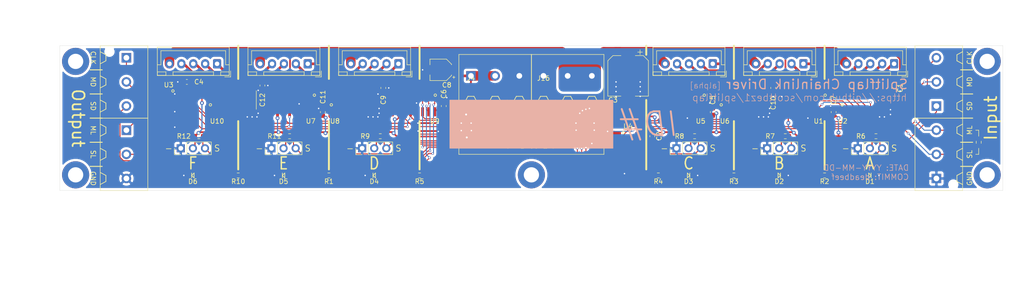
<source format=kicad_pcb>
(kicad_pcb (version 20171130) (host pcbnew 5.1.9-73d0e3b20d~88~ubuntu20.04.1)
  (layers (0 F.Cu signal) (31 B.Cu signal) (34 B.Paste user) (35 F.Paste user) (36 B.SilkS user) (37 F.SilkS user) (38 B.Mask user) (39 F.Mask user) (44 Edge.Cuts user))
  (net 0 "")
  (net 1 GND)
  (net 2 +12V)
  (net 3 /SENSOR_D)
  (net 4 /SENSOR_C)
  (net 5 /SENSOR_B)
  (net 6 /SENSOR_A)
  (net 7 /CLOCK_IN)
  (net 8 /OUT_A_PHASE_D)
  (net 9 /OUT_A_PHASE_C)
  (net 10 /OUT_A_PHASE_B)
  (net 11 /OUT_A_PHASE_A)
  (net 12 /OUT_B_PHASE_D)
  (net 13 /OUT_B_PHASE_C)
  (net 14 /OUT_B_PHASE_B)
  (net 15 /OUT_B_PHASE_A)
  (net 16 /OUT_C_PHASE_D)
  (net 17 /OUT_C_PHASE_C)
  (net 18 /OUT_C_PHASE_B)
  (net 19 /OUT_C_PHASE_A)
  (net 20 /OUT_D_PHASE_D)
  (net 21 /OUT_D_PHASE_C)
  (net 22 /OUT_D_PHASE_B)
  (net 23 /OUT_D_PHASE_A)
  (net 24 /MOTOR_D_PHASE_D)
  (net 25 /MOTOR_D_PHASE_C)
  (net 26 /MOTOR_D_PHASE_B)
  (net 27 /MOTOR_D_PHASE_A)
  (net 28 /MOTOR_C_PHASE_D)
  (net 29 /MOTOR_C_PHASE_C)
  (net 30 /MOTOR_C_PHASE_B)
  (net 31 /MOTOR_C_PHASE_A)
  (net 32 /MOTOR_B_PHASE_D)
  (net 33 /MOTOR_B_PHASE_C)
  (net 34 /MOTOR_B_PHASE_B)
  (net 35 /MOTOR_B_PHASE_A)
  (net 36 /MOTOR_A_PHASE_D)
  (net 37 /MOTOR_A_PHASE_C)
  (net 38 /MOTOR_A_PHASE_B)
  (net 39 /MOTOR_A_PHASE_A)
  (net 40 +3V3)
  (net 41 "Net-(D1-Pad2)")
  (net 42 "Net-(D2-Pad2)")
  (net 43 "Net-(D3-Pad2)")
  (net 44 "Net-(D4-Pad2)")
  (net 45 /MOTOR_IN)
  (net 46 /LED_A)
  (net 47 /LED_B)
  (net 48 /LED_C)
  (net 49 /LED_D)
  (net 50 "Net-(U1-Pad9)")
  (net 51 /LOOPBACK_B)
  (net 52 /LOOPBACK_A)
  (net 53 "Net-(U5-Pad9)")
  (net 54 /CLOCK_OUT)
  (net 55 /MOTOR_OUT)
  (net 56 /MOTOR_OUT_PRE_BUFFER)
  (net 57 "Net-(D5-Pad2)")
  (net 58 "Net-(D6-Pad2)")
  (net 59 /OUT_E_PHASE_D)
  (net 60 /OUT_E_PHASE_C)
  (net 61 /OUT_E_PHASE_B)
  (net 62 /OUT_E_PHASE_A)
  (net 63 /OUT_F_PHASE_D)
  (net 64 /OUT_F_PHASE_C)
  (net 65 /OUT_F_PHASE_B)
  (net 66 /OUT_F_PHASE_A)
  (net 67 /SENSOR_E)
  (net 68 /SENSOR_F)
  (net 69 /LED_E)
  (net 70 /LED_F)
  (net 71 "Net-(U7-Pad14)")
  (net 72 /MOTOR_E_PHASE_A)
  (net 73 /MOTOR_E_PHASE_B)
  (net 74 /MOTOR_F_PHASE_D)
  (net 75 /MOTOR_F_PHASE_C)
  (net 76 /MOTOR_F_PHASE_B)
  (net 77 /MOTOR_F_PHASE_A)
  (net 78 /MOTOR_E_PHASE_D)
  (net 79 /MOTOR_E_PHASE_C)
  (net 80 /SENSOR_OUT)
  (net 81 /SENSOR_IN)
  (net 82 /MOTOR_LATCH_IN)
  (net 83 /SENSOR_LATCH_IN)
  (net 84 /SENSOR_LATCH_OUT)
  (net 85 /MOTOR_LATCH_OUT)
  (module ScrewTerminals:C72334_WJ500V-5.08-3P (layer F.Cu) (at 39.37 43.18 270)
    (fp_text reference J18 hide)
    (fp_text value Outputs_B)
    (pad 3 thru_hole circle (at 10.16 0 270) (size 2 2) (drill 1.2) (layers *.Cu *.Mask) (net 1 GND))
    (pad 2 thru_hole circle (at 5.08 0 270) (size 2 2) (drill 1.2) (layers *.Cu *.Mask) (net 84 /SENSOR_LATCH_OUT))
    (pad 1 thru_hole rect (at 0 0 270) (size 2 2) (drill 1.2) (layers *.Cu *.Mask) (net 85 /MOTOR_LATCH_OUT))
  )
  (module ScrewTerminals:C72334_WJ500V-5.08-3P (layer F.Cu) (at 39.37 27.94 270)
    (fp_text reference J17 hide)
    (fp_text value Outputs_A)
    (pad 3 thru_hole circle (at 10.16 0 270) (size 2 2) (drill 1.2) (layers *.Cu *.Mask) (net 81 /SENSOR_IN))
    (pad 2 thru_hole circle (at 5.08 0 270) (size 2 2) (drill 1.2) (layers *.Cu *.Mask) (net 55 /MOTOR_OUT))
    (pad 1 thru_hole rect (at 0 0 270) (size 2 2) (drill 1.2) (layers *.Cu *.Mask) (net 54 /CLOCK_OUT))
  )
  (module ScrewTerminals:C72334_WJ500V-5.08-3P (layer F.Cu) (at 127 31.75)
    (fp_text reference J16 (at 0 0.5) (layer F.SilkS))
    (fp_text value Power_B)
    (pad 3 thru_hole circle (at 10.16 0) (size 2 2) (drill 1.2) (layers *.Cu *.Mask) (net 2 +12V))
    (pad 2 thru_hole circle (at 5.08 0) (size 2 2) (drill 1.2) (layers *.Cu *.Mask) (net 2 +12V))
    (pad 1 thru_hole rect (at 0 0) (size 2 2) (drill 1.2) (layers *.Cu *.Mask) (net 1 GND))
  )
  (module ScrewTerminals:C72334_WJ500V-5.08-3P (layer F.Cu) (at 111.76 31.75)
    (fp_text reference J4 (at 0 0.5) (layer F.SilkS))
    (fp_text value Power_A)
    (pad 3 thru_hole circle (at 10.16 0) (size 2 2) (drill 1.2) (layers *.Cu *.Mask) (net 1 GND))
    (pad 2 thru_hole circle (at 5.08 0) (size 2 2) (drill 1.2) (layers *.Cu *.Mask) (net 40 +3V3))
    (pad 1 thru_hole rect (at 0 0) (size 2 2) (drill 1.2) (layers *.Cu *.Mask) (net 40 +3V3))
  )
  (module ScrewTerminals:C72334_WJ500V-5.08-3P (layer F.Cu) (at 209.55 53.34 90)
    (fp_text reference J2 hide)
    (fp_text value Inputs_A)
    (pad 3 thru_hole circle (at 10.16 0 90) (size 2 2) (drill 1.2) (layers *.Cu *.Mask) (net 82 /MOTOR_LATCH_IN))
    (pad 2 thru_hole circle (at 5.08 0 90) (size 2 2) (drill 1.2) (layers *.Cu *.Mask) (net 83 /SENSOR_LATCH_IN))
    (pad 1 thru_hole rect (at 0 0 90) (size 2 2) (drill 1.2) (layers *.Cu *.Mask) (net 1 GND))
  )
  (module ScrewTerminals:C72334_WJ500V-5.08-3P (layer F.Cu) (at 209.55 38.1 90)
    (fp_text reference J1 hide)
    (fp_text value Inputs_B)
    (pad 3 thru_hole circle (at 10.16 0 90) (size 2 2) (drill 1.2) (layers *.Cu *.Mask) (net 7 /CLOCK_IN))
    (pad 2 thru_hole circle (at 5.08 0 90) (size 2 2) (drill 1.2) (layers *.Cu *.Mask) (net 45 /MOTOR_IN))
    (pad 1 thru_hole rect (at 0 0 90) (size 2 2) (drill 1.2) (layers *.Cu *.Mask) (net 80 /SENSOR_OUT))
  )
  (module JLCPCB:AssemblyToolingHole (layer F.Cu) (at 213.106 54.61)
    (fp_text reference H7 hide)
    (fp_text value MountingHole)
    (pad "" np_thru_hole circle (at 0 0) (size 1.152 1.152) (drill 1.152) (layers *.Cu *.Mask))
  )
  (module JLCPCB:AssemblyToolingHole (layer F.Cu) (at 35.814 26.67)
    (fp_text reference H6 hide)
    (fp_text value MountingHole)
    (pad "" np_thru_hole circle (at 0 0) (size 1.152 1.152) (drill 1.152) (layers *.Cu *.Mask))
  )
  (module MountingHole:MountingHole_3.2mm_M3_ISO7380_Pad (layer F.Cu) (at 124.46 52.578)
    (fp_text reference H5 hide)
    (fp_text value MountingHole)
    (pad 1 thru_hole circle (at 0 0) (size 5.7 5.7) (drill 3.2) (layers *.Cu *.Mask))
  )
  (module MountingHole:MountingHole_3.2mm_M3_ISO7380_Pad (layer F.Cu) (at 220.218 52.578)
    (fp_text reference H4 hide)
    (fp_text value MountingHole)
    (pad 1 thru_hole circle (at 0 0) (size 5.7 5.7) (drill 3.2) (layers *.Cu *.Mask))
  )
  (module MountingHole:MountingHole_3.2mm_M3_ISO7380_Pad (layer F.Cu) (at 28.702 52.578)
    (fp_text reference H3 hide)
    (fp_text value MountingHole)
    (pad 1 thru_hole circle (at 0 0) (size 5.7 5.7) (drill 3.2) (layers *.Cu *.Mask))
  )
  (module MountingHole:MountingHole_3.2mm_M3_ISO7380_Pad (layer F.Cu) (at 220.218 28.702)
    (fp_text reference H2 hide)
    (fp_text value MountingHole)
    (pad 1 thru_hole circle (at 0 0) (size 5.7 5.7) (drill 3.2) (layers *.Cu *.Mask))
  )
  (module MountingHole:MountingHole_3.2mm_M3_ISO7380_Pad (layer F.Cu) (at 28.702 28.702)
    (fp_text reference H1 hide)
    (fp_text value MountingHole)
    (pad 1 thru_hole circle (at 0 0) (size 5.7 5.7) (drill 3.2) (layers *.Cu *.Mask))
  )
  (module Connector_JST:JST_XH_B5B-XH-A_1x05_P2.50mm_Vertical (layer F.Cu) (at 58.42 29.21 180)
    (fp_text reference J13 hide)
    (fp_text value "Motor F")
    (pad 5 thru_hole oval (at 10 0 180) (size 1.7 1.95) (drill 0.95) (layers *.Cu *.Mask) (net 2 +12V))
    (pad 4 thru_hole oval (at 7.5 0 180) (size 1.7 1.95) (drill 0.95) (layers *.Cu *.Mask) (net 63 /OUT_F_PHASE_D))
    (pad 3 thru_hole oval (at 5 0 180) (size 1.7 1.95) (drill 0.95) (layers *.Cu *.Mask) (net 64 /OUT_F_PHASE_C))
    (pad 2 thru_hole oval (at 2.5 0 180) (size 1.7 1.95) (drill 0.95) (layers *.Cu *.Mask) (net 65 /OUT_F_PHASE_B))
    (pad 1 thru_hole roundrect (at 0 0 180) (size 1.7 1.95) (drill 0.95) (layers *.Cu *.Mask) (roundrect_rratio 0.1470588235294118) (net 66 /OUT_F_PHASE_A))
  )
  (module Connector_JST:JST_XH_B5B-XH-A_1x05_P2.50mm_Vertical (layer F.Cu) (at 77.47 29.21 180)
    (fp_text reference J12 hide)
    (fp_text value "Motor E")
    (pad 5 thru_hole oval (at 10 0 180) (size 1.7 1.95) (drill 0.95) (layers *.Cu *.Mask) (net 2 +12V))
    (pad 4 thru_hole oval (at 7.5 0 180) (size 1.7 1.95) (drill 0.95) (layers *.Cu *.Mask) (net 59 /OUT_E_PHASE_D))
    (pad 3 thru_hole oval (at 5 0 180) (size 1.7 1.95) (drill 0.95) (layers *.Cu *.Mask) (net 60 /OUT_E_PHASE_C))
    (pad 2 thru_hole oval (at 2.5 0 180) (size 1.7 1.95) (drill 0.95) (layers *.Cu *.Mask) (net 61 /OUT_E_PHASE_B))
    (pad 1 thru_hole roundrect (at 0 0 180) (size 1.7 1.95) (drill 0.95) (layers *.Cu *.Mask) (roundrect_rratio 0.1470588235294118) (net 62 /OUT_E_PHASE_A))
  )
  (module Connector_JST:JST_XH_B5B-XH-A_1x05_P2.50mm_Vertical (layer F.Cu) (at 96.52 29.21 180)
    (fp_text reference J7 hide)
    (fp_text value "Motor D")
    (pad 5 thru_hole oval (at 10 0 180) (size 1.7 1.95) (drill 0.95) (layers *.Cu *.Mask) (net 2 +12V))
    (pad 4 thru_hole oval (at 7.5 0 180) (size 1.7 1.95) (drill 0.95) (layers *.Cu *.Mask) (net 20 /OUT_D_PHASE_D))
    (pad 3 thru_hole oval (at 5 0 180) (size 1.7 1.95) (drill 0.95) (layers *.Cu *.Mask) (net 21 /OUT_D_PHASE_C))
    (pad 2 thru_hole oval (at 2.5 0 180) (size 1.7 1.95) (drill 0.95) (layers *.Cu *.Mask) (net 22 /OUT_D_PHASE_B))
    (pad 1 thru_hole roundrect (at 0 0 180) (size 1.7 1.95) (drill 0.95) (layers *.Cu *.Mask) (roundrect_rratio 0.1470588235294118) (net 23 /OUT_D_PHASE_A))
  )
  (module Connector_JST:JST_XH_B5B-XH-A_1x05_P2.50mm_Vertical (layer F.Cu) (at 162.56 29.21 180)
    (fp_text reference J6 hide)
    (fp_text value "Motor C")
    (pad 5 thru_hole oval (at 10 0 180) (size 1.7 1.95) (drill 0.95) (layers *.Cu *.Mask) (net 2 +12V))
    (pad 4 thru_hole oval (at 7.5 0 180) (size 1.7 1.95) (drill 0.95) (layers *.Cu *.Mask) (net 16 /OUT_C_PHASE_D))
    (pad 3 thru_hole oval (at 5 0 180) (size 1.7 1.95) (drill 0.95) (layers *.Cu *.Mask) (net 17 /OUT_C_PHASE_C))
    (pad 2 thru_hole oval (at 2.5 0 180) (size 1.7 1.95) (drill 0.95) (layers *.Cu *.Mask) (net 18 /OUT_C_PHASE_B))
    (pad 1 thru_hole roundrect (at 0 0 180) (size 1.7 1.95) (drill 0.95) (layers *.Cu *.Mask) (roundrect_rratio 0.1470588235294118) (net 19 /OUT_C_PHASE_A))
  )
  (module Connector_JST:JST_XH_B5B-XH-A_1x05_P2.50mm_Vertical (layer F.Cu) (at 181.61 29.21 180)
    (fp_text reference J5 hide)
    (fp_text value "Motor B")
    (pad 5 thru_hole oval (at 10 0 180) (size 1.7 1.95) (drill 0.95) (layers *.Cu *.Mask) (net 2 +12V))
    (pad 4 thru_hole oval (at 7.5 0 180) (size 1.7 1.95) (drill 0.95) (layers *.Cu *.Mask) (net 12 /OUT_B_PHASE_D))
    (pad 3 thru_hole oval (at 5 0 180) (size 1.7 1.95) (drill 0.95) (layers *.Cu *.Mask) (net 13 /OUT_B_PHASE_C))
    (pad 2 thru_hole oval (at 2.5 0 180) (size 1.7 1.95) (drill 0.95) (layers *.Cu *.Mask) (net 14 /OUT_B_PHASE_B))
    (pad 1 thru_hole roundrect (at 0 0 180) (size 1.7 1.95) (drill 0.95) (layers *.Cu *.Mask) (roundrect_rratio 0.1470588235294118) (net 15 /OUT_B_PHASE_A))
  )
  (module Connector_JST:JST_XH_B5B-XH-A_1x05_P2.50mm_Vertical (layer F.Cu) (at 200.66 29.21 180)
    (fp_text reference J3 hide)
    (fp_text value "Motor A")
    (pad 5 thru_hole oval (at 10 0 180) (size 1.7 1.95) (drill 0.95) (layers *.Cu *.Mask) (net 2 +12V))
    (pad 4 thru_hole oval (at 7.5 0 180) (size 1.7 1.95) (drill 0.95) (layers *.Cu *.Mask) (net 8 /OUT_A_PHASE_D))
    (pad 3 thru_hole oval (at 5 0 180) (size 1.7 1.95) (drill 0.95) (layers *.Cu *.Mask) (net 9 /OUT_A_PHASE_C))
    (pad 2 thru_hole oval (at 2.5 0 180) (size 1.7 1.95) (drill 0.95) (layers *.Cu *.Mask) (net 10 /OUT_A_PHASE_B))
    (pad 1 thru_hole roundrect (at 0 0 180) (size 1.7 1.95) (drill 0.95) (layers *.Cu *.Mask) (roundrect_rratio 0.1470588235294118) (net 11 /OUT_A_PHASE_A))
  )
  (module ModifiedSymbols:SOIC-16_3.9x9.9mm_P1.27mm_silk (layer F.Cu) (at 99.695 36.83 270)
    (fp_text reference U9 (at 4.445 -4.445 180) (layer F.SilkS))
    (fp_text value 74HC595)
    (pad 16 smd roundrect (at 2.475 -4.445 270) (size 1.95 0.6) (layers F.Cu F.Paste F.Mask) (net 40 +3V3))
    (pad 15 smd roundrect (at 2.475 -3.175 270) (size 1.95 0.6) (layers F.Cu F.Paste F.Mask) (net 49 /LED_D))
    (pad 14 smd roundrect (at 2.475 -1.905 270) (size 1.95 0.6) (layers F.Cu F.Paste F.Mask) (net 53 "Net-(U5-Pad9)"))
    (pad 13 smd roundrect (at 2.475 -0.635 270) (size 1.95 0.6) (layers F.Cu F.Paste F.Mask) (net 1 GND))
    (pad 12 smd roundrect (at 2.475 0.635 270) (size 1.95 0.6) (layers F.Cu F.Paste F.Mask) (net 82 /MOTOR_LATCH_IN))
    (pad 11 smd roundrect (at 2.475 1.905 270) (size 1.95 0.6) (layers F.Cu F.Paste F.Mask) (net 7 /CLOCK_IN))
    (pad 10 smd roundrect (at 2.475 3.175 270) (size 1.95 0.6) (layers F.Cu F.Paste F.Mask) (net 40 +3V3))
    (pad 9 smd roundrect (at 2.475 4.445 270) (size 1.95 0.6) (layers F.Cu F.Paste F.Mask) (net 71 "Net-(U7-Pad14)"))
    (pad 8 smd roundrect (at -2.475 4.445 270) (size 1.95 0.6) (layers F.Cu F.Paste F.Mask) (net 1 GND))
    (pad 7 smd roundrect (at -2.475 3.175 270) (size 1.95 0.6) (layers F.Cu F.Paste F.Mask) (net 24 /MOTOR_D_PHASE_D))
    (pad 6 smd roundrect (at -2.475 1.905 270) (size 1.95 0.6) (layers F.Cu F.Paste F.Mask) (net 25 /MOTOR_D_PHASE_C))
    (pad 5 smd roundrect (at -2.475 0.635 270) (size 1.95 0.6) (layers F.Cu F.Paste F.Mask) (net 26 /MOTOR_D_PHASE_B))
    (pad 4 smd roundrect (at -2.475 -0.635 270) (size 1.95 0.6) (layers F.Cu F.Paste F.Mask) (net 27 /MOTOR_D_PHASE_A))
    (pad 3 smd roundrect (at -2.475 -1.905 270) (size 1.95 0.6) (layers F.Cu F.Paste F.Mask) (net 51 /LOOPBACK_B))
    (pad 2 smd roundrect (at -2.475 -3.175 270) (size 1.95 0.6) (layers F.Cu F.Paste F.Mask) (net 70 /LED_F))
    (pad 1 smd roundrect (at -2.475 -4.445 270) (size 1.95 0.6) (layers F.Cu F.Paste F.Mask) (net 69 /LED_E))
  )
  (module ModifiedSymbols:SOIC-16_3.9x9.9mm_P1.27mm_silk (layer F.Cu) (at 86.995 36.83 90)
    (fp_text reference U8 (at -4.445 -3.81 180) (layer F.SilkS))
    (fp_text value TPL7407L)
    (pad 16 smd roundrect (at 2.475 -4.445 90) (size 1.95 0.6) (layers F.Cu F.Paste F.Mask) (net 61 /OUT_E_PHASE_B))
    (pad 15 smd roundrect (at 2.475 -3.175 90) (size 1.95 0.6) (layers F.Cu F.Paste F.Mask) (net 62 /OUT_E_PHASE_A))
    (pad 14 smd roundrect (at 2.475 -1.905 90) (size 1.95 0.6) (layers F.Cu F.Paste F.Mask) (net 20 /OUT_D_PHASE_D))
    (pad 13 smd roundrect (at 2.475 -0.635 90) (size 1.95 0.6) (layers F.Cu F.Paste F.Mask) (net 21 /OUT_D_PHASE_C))
    (pad 12 smd roundrect (at 2.475 0.635 90) (size 1.95 0.6) (layers F.Cu F.Paste F.Mask) (net 22 /OUT_D_PHASE_B))
    (pad 11 smd roundrect (at 2.475 1.905 90) (size 1.95 0.6) (layers F.Cu F.Paste F.Mask) (net 23 /OUT_D_PHASE_A))
    (pad 10 smd roundrect (at 2.475 3.175 90) (size 1.95 0.6) (layers F.Cu F.Paste F.Mask))
    (pad 9 smd roundrect (at 2.475 4.445 90) (size 1.95 0.6) (layers F.Cu F.Paste F.Mask) (net 2 +12V))
    (pad 8 smd roundrect (at -2.475 4.445 90) (size 1.95 0.6) (layers F.Cu F.Paste F.Mask) (net 1 GND))
    (pad 7 smd roundrect (at -2.475 3.175 90) (size 1.95 0.6) (layers F.Cu F.Paste F.Mask) (net 1 GND))
    (pad 6 smd roundrect (at -2.475 1.905 90) (size 1.95 0.6) (layers F.Cu F.Paste F.Mask) (net 27 /MOTOR_D_PHASE_A))
    (pad 5 smd roundrect (at -2.475 0.635 90) (size 1.95 0.6) (layers F.Cu F.Paste F.Mask) (net 26 /MOTOR_D_PHASE_B))
    (pad 4 smd roundrect (at -2.475 -0.635 90) (size 1.95 0.6) (layers F.Cu F.Paste F.Mask) (net 25 /MOTOR_D_PHASE_C))
    (pad 3 smd roundrect (at -2.475 -1.905 90) (size 1.95 0.6) (layers F.Cu F.Paste F.Mask) (net 24 /MOTOR_D_PHASE_D))
    (pad 2 smd roundrect (at -2.475 -3.175 90) (size 1.95 0.6) (layers F.Cu F.Paste F.Mask) (net 72 /MOTOR_E_PHASE_A))
    (pad 1 smd roundrect (at -2.475 -4.445 90) (size 1.95 0.6) (layers F.Cu F.Paste F.Mask) (net 73 /MOTOR_E_PHASE_B))
  )
  (module ModifiedSymbols:SOIC-16_3.9x9.9mm_P1.27mm_silk (layer F.Cu) (at 74.295 36.83 270)
    (fp_text reference U7 (at 4.445 -3.81 180) (layer F.SilkS))
    (fp_text value 74HC595)
    (pad 16 smd roundrect (at 2.475 -4.445 270) (size 1.95 0.6) (layers F.Cu F.Paste F.Mask) (net 40 +3V3))
    (pad 15 smd roundrect (at 2.475 -3.175 270) (size 1.95 0.6) (layers F.Cu F.Paste F.Mask) (net 72 /MOTOR_E_PHASE_A))
    (pad 14 smd roundrect (at 2.475 -1.905 270) (size 1.95 0.6) (layers F.Cu F.Paste F.Mask) (net 71 "Net-(U7-Pad14)"))
    (pad 13 smd roundrect (at 2.475 -0.635 270) (size 1.95 0.6) (layers F.Cu F.Paste F.Mask) (net 1 GND))
    (pad 12 smd roundrect (at 2.475 0.635 270) (size 1.95 0.6) (layers F.Cu F.Paste F.Mask) (net 82 /MOTOR_LATCH_IN))
    (pad 11 smd roundrect (at 2.475 1.905 270) (size 1.95 0.6) (layers F.Cu F.Paste F.Mask) (net 7 /CLOCK_IN))
    (pad 10 smd roundrect (at 2.475 3.175 270) (size 1.95 0.6) (layers F.Cu F.Paste F.Mask) (net 40 +3V3))
    (pad 9 smd roundrect (at 2.475 4.445 270) (size 1.95 0.6) (layers F.Cu F.Paste F.Mask) (net 56 /MOTOR_OUT_PRE_BUFFER))
    (pad 8 smd roundrect (at -2.475 4.445 270) (size 1.95 0.6) (layers F.Cu F.Paste F.Mask) (net 1 GND))
    (pad 7 smd roundrect (at -2.475 3.175 270) (size 1.95 0.6) (layers F.Cu F.Paste F.Mask) (net 74 /MOTOR_F_PHASE_D))
    (pad 6 smd roundrect (at -2.475 1.905 270) (size 1.95 0.6) (layers F.Cu F.Paste F.Mask) (net 75 /MOTOR_F_PHASE_C))
    (pad 5 smd roundrect (at -2.475 0.635 270) (size 1.95 0.6) (layers F.Cu F.Paste F.Mask) (net 76 /MOTOR_F_PHASE_B))
    (pad 4 smd roundrect (at -2.475 -0.635 270) (size 1.95 0.6) (layers F.Cu F.Paste F.Mask) (net 77 /MOTOR_F_PHASE_A))
    (pad 3 smd roundrect (at -2.475 -1.905 270) (size 1.95 0.6) (layers F.Cu F.Paste F.Mask) (net 78 /MOTOR_E_PHASE_D))
    (pad 2 smd roundrect (at -2.475 -3.175 270) (size 1.95 0.6) (layers F.Cu F.Paste F.Mask) (net 79 /MOTOR_E_PHASE_C))
    (pad 1 smd roundrect (at -2.475 -4.445 270) (size 1.95 0.6) (layers F.Cu F.Paste F.Mask) (net 73 /MOTOR_E_PHASE_B))
  )
  (module ModifiedSymbols:SOIC-16_3.9x9.9mm_P1.27mm_silk (layer F.Cu) (at 168.91 36.83 90)
    (fp_text reference U6 (at -4.445 -3.81 180) (layer F.SilkS))
    (fp_text value TPL7407L)
    (pad 16 smd roundrect (at 2.475 -4.445 90) (size 1.95 0.6) (layers F.Cu F.Paste F.Mask) (net 16 /OUT_C_PHASE_D))
    (pad 15 smd roundrect (at 2.475 -3.175 90) (size 1.95 0.6) (layers F.Cu F.Paste F.Mask) (net 17 /OUT_C_PHASE_C))
    (pad 14 smd roundrect (at 2.475 -1.905 90) (size 1.95 0.6) (layers F.Cu F.Paste F.Mask) (net 18 /OUT_C_PHASE_B))
    (pad 13 smd roundrect (at 2.475 -0.635 90) (size 1.95 0.6) (layers F.Cu F.Paste F.Mask) (net 19 /OUT_C_PHASE_A))
    (pad 12 smd roundrect (at 2.475 0.635 90) (size 1.95 0.6) (layers F.Cu F.Paste F.Mask) (net 12 /OUT_B_PHASE_D))
    (pad 11 smd roundrect (at 2.475 1.905 90) (size 1.95 0.6) (layers F.Cu F.Paste F.Mask) (net 13 /OUT_B_PHASE_C))
    (pad 10 smd roundrect (at 2.475 3.175 90) (size 1.95 0.6) (layers F.Cu F.Paste F.Mask))
    (pad 9 smd roundrect (at 2.475 4.445 90) (size 1.95 0.6) (layers F.Cu F.Paste F.Mask) (net 2 +12V))
    (pad 8 smd roundrect (at -2.475 4.445 90) (size 1.95 0.6) (layers F.Cu F.Paste F.Mask) (net 1 GND))
    (pad 7 smd roundrect (at -2.475 3.175 90) (size 1.95 0.6) (layers F.Cu F.Paste F.Mask) (net 1 GND))
    (pad 6 smd roundrect (at -2.475 1.905 90) (size 1.95 0.6) (layers F.Cu F.Paste F.Mask) (net 33 /MOTOR_B_PHASE_C))
    (pad 5 smd roundrect (at -2.475 0.635 90) (size 1.95 0.6) (layers F.Cu F.Paste F.Mask) (net 32 /MOTOR_B_PHASE_D))
    (pad 4 smd roundrect (at -2.475 -0.635 90) (size 1.95 0.6) (layers F.Cu F.Paste F.Mask) (net 31 /MOTOR_C_PHASE_A))
    (pad 3 smd roundrect (at -2.475 -1.905 90) (size 1.95 0.6) (layers F.Cu F.Paste F.Mask) (net 30 /MOTOR_C_PHASE_B))
    (pad 2 smd roundrect (at -2.475 -3.175 90) (size 1.95 0.6) (layers F.Cu F.Paste F.Mask) (net 29 /MOTOR_C_PHASE_C))
    (pad 1 smd roundrect (at -2.475 -4.445 90) (size 1.95 0.6) (layers F.Cu F.Paste F.Mask) (net 28 /MOTOR_C_PHASE_D))
  )
  (module ModifiedSymbols:SOIC-16_3.9x9.9mm_P1.27mm_silk (layer F.Cu) (at 156.21 36.83 270)
    (fp_text reference U5 (at 4.445 -3.81 180) (layer F.SilkS))
    (fp_text value 74HC595)
    (pad 16 smd roundrect (at 2.475 -4.445 270) (size 1.95 0.6) (layers F.Cu F.Paste F.Mask) (net 40 +3V3))
    (pad 15 smd roundrect (at 2.475 -3.175 270) (size 1.95 0.6) (layers F.Cu F.Paste F.Mask) (net 31 /MOTOR_C_PHASE_A))
    (pad 14 smd roundrect (at 2.475 -1.905 270) (size 1.95 0.6) (layers F.Cu F.Paste F.Mask) (net 50 "Net-(U1-Pad9)"))
    (pad 13 smd roundrect (at 2.475 -0.635 270) (size 1.95 0.6) (layers F.Cu F.Paste F.Mask) (net 1 GND))
    (pad 12 smd roundrect (at 2.475 0.635 270) (size 1.95 0.6) (layers F.Cu F.Paste F.Mask) (net 82 /MOTOR_LATCH_IN))
    (pad 11 smd roundrect (at 2.475 1.905 270) (size 1.95 0.6) (layers F.Cu F.Paste F.Mask) (net 7 /CLOCK_IN))
    (pad 10 smd roundrect (at 2.475 3.175 270) (size 1.95 0.6) (layers F.Cu F.Paste F.Mask) (net 40 +3V3))
    (pad 9 smd roundrect (at 2.475 4.445 270) (size 1.95 0.6) (layers F.Cu F.Paste F.Mask) (net 53 "Net-(U5-Pad9)"))
    (pad 8 smd roundrect (at -2.475 4.445 270) (size 1.95 0.6) (layers F.Cu F.Paste F.Mask) (net 1 GND))
    (pad 7 smd roundrect (at -2.475 3.175 270) (size 1.95 0.6) (layers F.Cu F.Paste F.Mask) (net 52 /LOOPBACK_A))
    (pad 6 smd roundrect (at -2.475 1.905 270) (size 1.95 0.6) (layers F.Cu F.Paste F.Mask) (net 48 /LED_C))
    (pad 5 smd roundrect (at -2.475 0.635 270) (size 1.95 0.6) (layers F.Cu F.Paste F.Mask) (net 47 /LED_B))
    (pad 4 smd roundrect (at -2.475 -0.635 270) (size 1.95 0.6) (layers F.Cu F.Paste F.Mask) (net 46 /LED_A))
    (pad 3 smd roundrect (at -2.475 -1.905 270) (size 1.95 0.6) (layers F.Cu F.Paste F.Mask) (net 28 /MOTOR_C_PHASE_D))
    (pad 2 smd roundrect (at -2.475 -3.175 270) (size 1.95 0.6) (layers F.Cu F.Paste F.Mask) (net 29 /MOTOR_C_PHASE_C))
    (pad 1 smd roundrect (at -2.475 -4.445 270) (size 1.95 0.6) (layers F.Cu F.Paste F.Mask) (net 30 /MOTOR_C_PHASE_B))
  )
  (module ModifiedSymbols:SOIC-16_3.9x9.9mm_P1.27mm_silk (layer F.Cu) (at 144.78 48.26)
    (fp_text reference U4 (at 0 -5.9) (layer F.SilkS))
    (fp_text value 74HC165)
    (pad 16 smd roundrect (at 2.475 -4.445) (size 1.95 0.6) (layers F.Cu F.Paste F.Mask) (net 40 +3V3))
    (pad 15 smd roundrect (at 2.475 -3.175) (size 1.95 0.6) (layers F.Cu F.Paste F.Mask) (net 1 GND))
    (pad 14 smd roundrect (at 2.475 -1.905) (size 1.95 0.6) (layers F.Cu F.Paste F.Mask) (net 3 /SENSOR_D))
    (pad 13 smd roundrect (at 2.475 -0.635) (size 1.95 0.6) (layers F.Cu F.Paste F.Mask) (net 4 /SENSOR_C))
    (pad 12 smd roundrect (at 2.475 0.635) (size 1.95 0.6) (layers F.Cu F.Paste F.Mask) (net 5 /SENSOR_B))
    (pad 11 smd roundrect (at 2.475 1.905) (size 1.95 0.6) (layers F.Cu F.Paste F.Mask) (net 6 /SENSOR_A))
    (pad 10 smd roundrect (at 2.475 3.175) (size 1.95 0.6) (layers F.Cu F.Paste F.Mask) (net 81 /SENSOR_IN))
    (pad 9 smd roundrect (at 2.475 4.445) (size 1.95 0.6) (layers F.Cu F.Paste F.Mask) (net 80 /SENSOR_OUT))
    (pad 8 smd roundrect (at -2.475 4.445) (size 1.95 0.6) (layers F.Cu F.Paste F.Mask) (net 1 GND))
    (pad 7 smd roundrect (at -2.475 3.175) (size 1.95 0.6) (layers F.Cu F.Paste F.Mask))
    (pad 6 smd roundrect (at -2.475 1.905) (size 1.95 0.6) (layers F.Cu F.Paste F.Mask) (net 51 /LOOPBACK_B))
    (pad 5 smd roundrect (at -2.475 0.635) (size 1.95 0.6) (layers F.Cu F.Paste F.Mask) (net 52 /LOOPBACK_A))
    (pad 4 smd roundrect (at -2.475 -0.635) (size 1.95 0.6) (layers F.Cu F.Paste F.Mask) (net 68 /SENSOR_F))
    (pad 3 smd roundrect (at -2.475 -1.905) (size 1.95 0.6) (layers F.Cu F.Paste F.Mask) (net 67 /SENSOR_E))
    (pad 2 smd roundrect (at -2.475 -3.175) (size 1.95 0.6) (layers F.Cu F.Paste F.Mask) (net 7 /CLOCK_IN))
    (pad 1 smd roundrect (at -2.475 -4.445) (size 1.95 0.6) (layers F.Cu F.Paste F.Mask) (net 83 /SENSOR_LATCH_IN))
  )
  (module ModifiedSymbols:SOIC-14_3.9x8.7mm_P1.27mm_silk (layer F.Cu) (at 50.165 38.735)
    (fp_text reference U3 (at -1.905 -5.08) (layer F.SilkS))
    (fp_text value 74HC125)
    (pad 14 smd roundrect (at 2.475 -3.81) (size 1.95 0.6) (layers F.Cu F.Paste F.Mask) (net 40 +3V3))
    (pad 13 smd roundrect (at 2.475 -2.54) (size 1.95 0.6) (layers F.Cu F.Paste F.Mask) (net 1 GND))
    (pad 12 smd roundrect (at 2.475 -1.27) (size 1.95 0.6) (layers F.Cu F.Paste F.Mask) (net 56 /MOTOR_OUT_PRE_BUFFER))
    (pad 11 smd roundrect (at 2.475 0) (size 1.95 0.6) (layers F.Cu F.Paste F.Mask) (net 55 /MOTOR_OUT))
    (pad 10 smd roundrect (at 2.475 1.27) (size 1.95 0.6) (layers F.Cu F.Paste F.Mask) (net 1 GND))
    (pad 9 smd roundrect (at 2.475 2.54) (size 1.95 0.6) (layers F.Cu F.Paste F.Mask) (net 83 /SENSOR_LATCH_IN))
    (pad 8 smd roundrect (at 2.475 3.81) (size 1.95 0.6) (layers F.Cu F.Paste F.Mask) (net 84 /SENSOR_LATCH_OUT))
    (pad 7 smd roundrect (at -2.475 3.81) (size 1.95 0.6) (layers F.Cu F.Paste F.Mask) (net 1 GND))
    (pad 6 smd roundrect (at -2.475 2.54) (size 1.95 0.6) (layers F.Cu F.Paste F.Mask) (net 85 /MOTOR_LATCH_OUT))
    (pad 5 smd roundrect (at -2.475 1.27) (size 1.95 0.6) (layers F.Cu F.Paste F.Mask) (net 82 /MOTOR_LATCH_IN))
    (pad 4 smd roundrect (at -2.475 0) (size 1.95 0.6) (layers F.Cu F.Paste F.Mask) (net 1 GND))
    (pad 3 smd roundrect (at -2.475 -1.27) (size 1.95 0.6) (layers F.Cu F.Paste F.Mask) (net 54 /CLOCK_OUT))
    (pad 2 smd roundrect (at -2.475 -2.54) (size 1.95 0.6) (layers F.Cu F.Paste F.Mask) (net 7 /CLOCK_IN))
    (pad 1 smd roundrect (at -2.475 -3.81) (size 1.95 0.6) (layers F.Cu F.Paste F.Mask) (net 1 GND))
  )
  (module ModifiedSymbols:SOIC-16_3.9x9.9mm_P1.27mm_silk (layer F.Cu) (at 194.31 36.83 90)
    (fp_text reference U2 (at -4.445 -4.445 180) (layer F.SilkS))
    (fp_text value TPL7407L)
    (pad 16 smd roundrect (at 2.475 -4.445 90) (size 1.95 0.6) (layers F.Cu F.Paste F.Mask) (net 14 /OUT_B_PHASE_B))
    (pad 15 smd roundrect (at 2.475 -3.175 90) (size 1.95 0.6) (layers F.Cu F.Paste F.Mask) (net 15 /OUT_B_PHASE_A))
    (pad 14 smd roundrect (at 2.475 -1.905 90) (size 1.95 0.6) (layers F.Cu F.Paste F.Mask) (net 8 /OUT_A_PHASE_D))
    (pad 13 smd roundrect (at 2.475 -0.635 90) (size 1.95 0.6) (layers F.Cu F.Paste F.Mask) (net 9 /OUT_A_PHASE_C))
    (pad 12 smd roundrect (at 2.475 0.635 90) (size 1.95 0.6) (layers F.Cu F.Paste F.Mask) (net 10 /OUT_A_PHASE_B))
    (pad 11 smd roundrect (at 2.475 1.905 90) (size 1.95 0.6) (layers F.Cu F.Paste F.Mask) (net 11 /OUT_A_PHASE_A))
    (pad 10 smd roundrect (at 2.475 3.175 90) (size 1.95 0.6) (layers F.Cu F.Paste F.Mask))
    (pad 9 smd roundrect (at 2.475 4.445 90) (size 1.95 0.6) (layers F.Cu F.Paste F.Mask) (net 2 +12V))
    (pad 8 smd roundrect (at -2.475 4.445 90) (size 1.95 0.6) (layers F.Cu F.Paste F.Mask) (net 1 GND))
    (pad 7 smd roundrect (at -2.475 3.175 90) (size 1.95 0.6) (layers F.Cu F.Paste F.Mask) (net 1 GND))
    (pad 6 smd roundrect (at -2.475 1.905 90) (size 1.95 0.6) (layers F.Cu F.Paste F.Mask) (net 39 /MOTOR_A_PHASE_A))
    (pad 5 smd roundrect (at -2.475 0.635 90) (size 1.95 0.6) (layers F.Cu F.Paste F.Mask) (net 38 /MOTOR_A_PHASE_B))
    (pad 4 smd roundrect (at -2.475 -0.635 90) (size 1.95 0.6) (layers F.Cu F.Paste F.Mask) (net 37 /MOTOR_A_PHASE_C))
    (pad 3 smd roundrect (at -2.475 -1.905 90) (size 1.95 0.6) (layers F.Cu F.Paste F.Mask) (net 36 /MOTOR_A_PHASE_D))
    (pad 2 smd roundrect (at -2.475 -3.175 90) (size 1.95 0.6) (layers F.Cu F.Paste F.Mask) (net 35 /MOTOR_B_PHASE_A))
    (pad 1 smd roundrect (at -2.475 -4.445 90) (size 1.95 0.6) (layers F.Cu F.Paste F.Mask) (net 34 /MOTOR_B_PHASE_B))
  )
  (module ModifiedSymbols:SOIC-16_3.9x9.9mm_P1.27mm_silk (layer F.Cu) (at 181.61 36.83 270)
    (fp_text reference U1 (at 4.445 -3.175 180) (layer F.SilkS))
    (fp_text value 74HC595)
    (pad 16 smd roundrect (at 2.475 -4.445 270) (size 1.95 0.6) (layers F.Cu F.Paste F.Mask) (net 40 +3V3))
    (pad 15 smd roundrect (at 2.475 -3.175 270) (size 1.95 0.6) (layers F.Cu F.Paste F.Mask) (net 39 /MOTOR_A_PHASE_A))
    (pad 14 smd roundrect (at 2.475 -1.905 270) (size 1.95 0.6) (layers F.Cu F.Paste F.Mask) (net 45 /MOTOR_IN))
    (pad 13 smd roundrect (at 2.475 -0.635 270) (size 1.95 0.6) (layers F.Cu F.Paste F.Mask) (net 1 GND))
    (pad 12 smd roundrect (at 2.475 0.635 270) (size 1.95 0.6) (layers F.Cu F.Paste F.Mask) (net 82 /MOTOR_LATCH_IN))
    (pad 11 smd roundrect (at 2.475 1.905 270) (size 1.95 0.6) (layers F.Cu F.Paste F.Mask) (net 7 /CLOCK_IN))
    (pad 10 smd roundrect (at 2.475 3.175 270) (size 1.95 0.6) (layers F.Cu F.Paste F.Mask) (net 40 +3V3))
    (pad 9 smd roundrect (at 2.475 4.445 270) (size 1.95 0.6) (layers F.Cu F.Paste F.Mask) (net 50 "Net-(U1-Pad9)"))
    (pad 8 smd roundrect (at -2.475 4.445 270) (size 1.95 0.6) (layers F.Cu F.Paste F.Mask) (net 1 GND))
    (pad 7 smd roundrect (at -2.475 3.175 270) (size 1.95 0.6) (layers F.Cu F.Paste F.Mask) (net 32 /MOTOR_B_PHASE_D))
    (pad 6 smd roundrect (at -2.475 1.905 270) (size 1.95 0.6) (layers F.Cu F.Paste F.Mask) (net 33 /MOTOR_B_PHASE_C))
    (pad 5 smd roundrect (at -2.475 0.635 270) (size 1.95 0.6) (layers F.Cu F.Paste F.Mask) (net 34 /MOTOR_B_PHASE_B))
    (pad 4 smd roundrect (at -2.475 -0.635 270) (size 1.95 0.6) (layers F.Cu F.Paste F.Mask) (net 35 /MOTOR_B_PHASE_A))
    (pad 3 smd roundrect (at -2.475 -1.905 270) (size 1.95 0.6) (layers F.Cu F.Paste F.Mask) (net 36 /MOTOR_A_PHASE_D))
    (pad 2 smd roundrect (at -2.475 -3.175 270) (size 1.95 0.6) (layers F.Cu F.Paste F.Mask) (net 37 /MOTOR_A_PHASE_C))
    (pad 1 smd roundrect (at -2.475 -4.445 270) (size 1.95 0.6) (layers F.Cu F.Paste F.Mask) (net 38 /MOTOR_A_PHASE_B))
  )
  (module ModifiedSymbols:SOIC-16_3.9x9.9mm_P1.27mm_silk (layer F.Cu) (at 61.595 36.83 90)
    (fp_text reference U10 (at -4.445 -3.175 180) (layer F.SilkS))
    (fp_text value TPL7407L)
    (pad 16 smd roundrect (at 2.475 -4.445 90) (size 1.95 0.6) (layers F.Cu F.Paste F.Mask) (net 63 /OUT_F_PHASE_D))
    (pad 15 smd roundrect (at 2.475 -3.175 90) (size 1.95 0.6) (layers F.Cu F.Paste F.Mask) (net 64 /OUT_F_PHASE_C))
    (pad 14 smd roundrect (at 2.475 -1.905 90) (size 1.95 0.6) (layers F.Cu F.Paste F.Mask) (net 65 /OUT_F_PHASE_B))
    (pad 13 smd roundrect (at 2.475 -0.635 90) (size 1.95 0.6) (layers F.Cu F.Paste F.Mask) (net 66 /OUT_F_PHASE_A))
    (pad 12 smd roundrect (at 2.475 0.635 90) (size 1.95 0.6) (layers F.Cu F.Paste F.Mask) (net 59 /OUT_E_PHASE_D))
    (pad 11 smd roundrect (at 2.475 1.905 90) (size 1.95 0.6) (layers F.Cu F.Paste F.Mask) (net 60 /OUT_E_PHASE_C))
    (pad 10 smd roundrect (at 2.475 3.175 90) (size 1.95 0.6) (layers F.Cu F.Paste F.Mask))
    (pad 9 smd roundrect (at 2.475 4.445 90) (size 1.95 0.6) (layers F.Cu F.Paste F.Mask) (net 2 +12V))
    (pad 8 smd roundrect (at -2.475 4.445 90) (size 1.95 0.6) (layers F.Cu F.Paste F.Mask) (net 1 GND))
    (pad 7 smd roundrect (at -2.475 3.175 90) (size 1.95 0.6) (layers F.Cu F.Paste F.Mask) (net 1 GND))
    (pad 6 smd roundrect (at -2.475 1.905 90) (size 1.95 0.6) (layers F.Cu F.Paste F.Mask) (net 79 /MOTOR_E_PHASE_C))
    (pad 5 smd roundrect (at -2.475 0.635 90) (size 1.95 0.6) (layers F.Cu F.Paste F.Mask) (net 78 /MOTOR_E_PHASE_D))
    (pad 4 smd roundrect (at -2.475 -0.635 90) (size 1.95 0.6) (layers F.Cu F.Paste F.Mask) (net 77 /MOTOR_F_PHASE_A))
    (pad 3 smd roundrect (at -2.475 -1.905 90) (size 1.95 0.6) (layers F.Cu F.Paste F.Mask) (net 76 /MOTOR_F_PHASE_B))
    (pad 2 smd roundrect (at -2.475 -3.175 90) (size 1.95 0.6) (layers F.Cu F.Paste F.Mask) (net 75 /MOTOR_F_PHASE_C))
    (pad 1 smd roundrect (at -2.475 -4.445 90) (size 1.95 0.6) (layers F.Cu F.Paste F.Mask) (net 74 /MOTOR_F_PHASE_D))
  )
  (module ModifiedSymbols:LED_0603_1608Metric_Silkscreen (layer F.Cu) (at 53.34 52.705)
    (fp_text reference D6 (at 0 1.27) (layer F.SilkS))
    (fp_text value "LED F")
    (pad 2 smd roundrect (at 0.7875 0) (size 0.875 0.95) (layers F.Cu F.Paste F.Mask) (net 58 "Net-(D6-Pad2)"))
    (pad 1 smd roundrect (at -0.7875 0) (size 0.875 0.95) (layers F.Cu F.Paste F.Mask) (net 1 GND))
  )
  (module ModifiedSymbols:LED_0603_1608Metric_Silkscreen (layer F.Cu) (at 72.39 52.705)
    (fp_text reference D5 (at 0 1.27) (layer F.SilkS))
    (fp_text value "LED E")
    (pad 2 smd roundrect (at 0.7875 0) (size 0.875 0.95) (layers F.Cu F.Paste F.Mask) (net 57 "Net-(D5-Pad2)"))
    (pad 1 smd roundrect (at -0.7875 0) (size 0.875 0.95) (layers F.Cu F.Paste F.Mask) (net 1 GND))
  )
  (module ModifiedSymbols:LED_0603_1608Metric_Silkscreen (layer F.Cu) (at 91.44 52.705)
    (fp_text reference D4 (at 0 1.27) (layer F.SilkS))
    (fp_text value "LED D")
    (pad 2 smd roundrect (at 0.7875 0) (size 0.875 0.95) (layers F.Cu F.Paste F.Mask) (net 44 "Net-(D4-Pad2)"))
    (pad 1 smd roundrect (at -0.7875 0) (size 0.875 0.95) (layers F.Cu F.Paste F.Mask) (net 1 GND))
  )
  (module ModifiedSymbols:LED_0603_1608Metric_Silkscreen (layer F.Cu) (at 157.48 52.705 180)
    (fp_text reference D3 (at 0 -1.27) (layer F.SilkS))
    (fp_text value "LED C")
    (pad 2 smd roundrect (at 0.7875 0 180) (size 0.875 0.95) (layers F.Cu F.Paste F.Mask) (net 43 "Net-(D3-Pad2)"))
    (pad 1 smd roundrect (at -0.7875 0 180) (size 0.875 0.95) (layers F.Cu F.Paste F.Mask) (net 1 GND))
  )
  (module ModifiedSymbols:LED_0603_1608Metric_Silkscreen (layer F.Cu) (at 176.53 52.705 180)
    (fp_text reference D2 (at 0 -1.27) (layer F.SilkS))
    (fp_text value "LED B")
    (pad 2 smd roundrect (at 0.7875 0 180) (size 0.875 0.95) (layers F.Cu F.Paste F.Mask) (net 42 "Net-(D2-Pad2)"))
    (pad 1 smd roundrect (at -0.7875 0 180) (size 0.875 0.95) (layers F.Cu F.Paste F.Mask) (net 1 GND))
  )
  (module ModifiedSymbols:LED_0603_1608Metric_Silkscreen (layer F.Cu) (at 195.58 52.705 180)
    (fp_text reference D1 (at 0 -1.27) (layer F.SilkS))
    (fp_text value "LED A")
    (pad 2 smd roundrect (at 0.7875 0 180) (size 0.875 0.95) (layers F.Cu F.Paste F.Mask) (net 41 "Net-(D1-Pad2)"))
    (pad 1 smd roundrect (at -0.7875 0 180) (size 0.875 0.95) (layers F.Cu F.Paste F.Mask) (net 1 GND))
  )
  (module Resistor_SMD:R_0603_1608Metric (layer F.Cu) (at 218.44 45.72 90)
    (fp_text reference R13 hide)
    (fp_text value 0R)
    (pad 1 smd roundrect (at -0.825 0 90) (size 0.8 0.95) (layers F.Cu F.Paste F.Mask) (net 83 /SENSOR_LATCH_IN))
    (pad 2 smd roundrect (at 0.825 0 90) (size 0.8 0.95) (layers F.Cu F.Paste F.Mask) (net 82 /MOTOR_LATCH_IN))
  )
  (module Resistor_SMD:R_0603_1608Metric (layer F.Cu) (at 54.61 44.45)
    (fp_text reference R12 (at -3.175 0) (layer F.SilkS))
    (fp_text value 47k)
    (pad 2 smd roundrect (at 0.825 0) (size 0.8 0.95) (layers F.Cu F.Paste F.Mask) (net 68 /SENSOR_F))
    (pad 1 smd roundrect (at -0.825 0) (size 0.8 0.95) (layers F.Cu F.Paste F.Mask) (net 40 +3V3))
  )
  (module Resistor_SMD:R_0603_1608Metric (layer F.Cu) (at 73.66 44.45)
    (fp_text reference R11 (at -3.175 0) (layer F.SilkS))
    (fp_text value 47k)
    (pad 2 smd roundrect (at 0.825 0) (size 0.8 0.95) (layers F.Cu F.Paste F.Mask) (net 67 /SENSOR_E))
    (pad 1 smd roundrect (at -0.825 0) (size 0.8 0.95) (layers F.Cu F.Paste F.Mask) (net 40 +3V3))
  )
  (module Resistor_SMD:R_0603_1608Metric (layer F.Cu) (at 62.865 52.705)
    (fp_text reference R10 (at 0 1.27) (layer F.SilkS))
    (fp_text value 220R)
    (pad 2 smd roundrect (at 0.825 0) (size 0.8 0.95) (layers F.Cu F.Paste F.Mask) (net 70 /LED_F))
    (pad 1 smd roundrect (at -0.825 0) (size 0.8 0.95) (layers F.Cu F.Paste F.Mask) (net 58 "Net-(D6-Pad2)"))
  )
  (module Resistor_SMD:R_0603_1608Metric (layer F.Cu) (at 81.915 52.705)
    (fp_text reference R1 (at 0 1.27) (layer F.SilkS))
    (fp_text value 220R)
    (pad 2 smd roundrect (at 0.825 0) (size 0.8 0.95) (layers F.Cu F.Paste F.Mask) (net 69 /LED_E))
    (pad 1 smd roundrect (at -0.825 0) (size 0.8 0.95) (layers F.Cu F.Paste F.Mask) (net 57 "Net-(D5-Pad2)"))
  )
  (module Connector_PinHeader_2.54mm:PinHeader_1x03_P2.54mm_Vertical (layer F.Cu) (at 50.8 46.99 90)
    (fp_text reference J15 hide)
    (fp_text value "Sensor F")
    (pad 3 thru_hole oval (at 0 5.08 90) (size 1.7 1.7) (drill 1) (layers *.Cu *.Mask) (net 68 /SENSOR_F))
    (pad 2 thru_hole oval (at 0 2.54 90) (size 1.7 1.7) (drill 1) (layers *.Cu *.Mask) (net 40 +3V3))
    (pad 1 thru_hole rect (at 0 0 90) (size 1.7 1.7) (drill 1) (layers *.Cu *.Mask) (net 1 GND))
  )
  (module Connector_PinHeader_2.54mm:PinHeader_1x03_P2.54mm_Vertical (layer F.Cu) (at 69.85 46.99 90)
    (fp_text reference J14 hide)
    (fp_text value "Sensor E")
    (pad 3 thru_hole oval (at 0 5.08 90) (size 1.7 1.7) (drill 1) (layers *.Cu *.Mask) (net 67 /SENSOR_E))
    (pad 2 thru_hole oval (at 0 2.54 90) (size 1.7 1.7) (drill 1) (layers *.Cu *.Mask) (net 40 +3V3))
    (pad 1 thru_hole rect (at 0 0 90) (size 1.7 1.7) (drill 1) (layers *.Cu *.Mask) (net 1 GND))
  )
  (module Capacitor_SMD:C_0603_1608Metric (layer F.Cu) (at 67.945 33.782 90)
    (fp_text reference C12 (at -3.048 0 90) (layer F.SilkS))
    (fp_text value 0.1uF)
    (pad 2 smd roundrect (at 0.775 0 90) (size 0.9 0.95) (layers F.Cu F.Paste F.Mask) (net 2 +12V))
    (pad 1 smd roundrect (at -0.775 0 90) (size 0.9 0.95) (layers F.Cu F.Paste F.Mask) (net 1 GND))
  )
  (module Capacitor_SMD:C_0603_1608Metric (layer F.Cu) (at 80.645 39.37 90)
    (fp_text reference C11 (at 3.175 0 90) (layer F.SilkS))
    (fp_text value 0.1uF)
    (pad 2 smd roundrect (at 0.775 0 90) (size 0.9 0.95) (layers F.Cu F.Paste F.Mask) (net 1 GND))
    (pad 1 smd roundrect (at -0.775 0 90) (size 0.9 0.95) (layers F.Cu F.Paste F.Mask) (net 40 +3V3))
  )
  (module Capacitor_SMD:CP_Elec_4x5.3 (layer F.Cu) (at 105.41 30.48 180)
    (fp_text reference C8 (at -1.27 -3.2) (layer F.SilkS))
    (fp_text value 10uF)
    (pad 2 smd roundrect (at 1.8 0 180) (size 2.6 1.6) (layers F.Cu F.Paste F.Mask) (roundrect_rratio 0.15625) (net 1 GND))
    (pad 1 smd roundrect (at -1.8 0 180) (size 2.6 1.6) (layers F.Cu F.Paste F.Mask) (roundrect_rratio 0.15625) (net 40 +3V3))
  )
  (module Capacitor_SMD:CP_Elec_8x10 (layer F.Cu) (at 144.78 31.75 270)
    (fp_text reference C3 (at 5.08 3.175 180) (layer F.SilkS))
    (fp_text value 100uF)
    (pad 2 smd roundrect (at 3.25 0 270) (size 3.5 2.5) (layers F.Cu F.Paste F.Mask) (roundrect_rratio 0.1) (net 1 GND))
    (pad 1 smd roundrect (at -3.25 0 270) (size 3.5 2.5) (layers F.Cu F.Paste F.Mask) (roundrect_rratio 0.1) (net 2 +12V))
  )
  (module Resistor_SMD:R_0603_1608Metric (layer F.Cu) (at 92.71 44.45)
    (fp_text reference R9 (at -3.175 0) (layer F.SilkS))
    (fp_text value 47k)
    (pad 2 smd roundrect (at 0.825 0) (size 0.8 0.95) (layers F.Cu F.Paste F.Mask) (net 3 /SENSOR_D))
    (pad 1 smd roundrect (at -0.825 0) (size 0.8 0.95) (layers F.Cu F.Paste F.Mask) (net 40 +3V3))
  )
  (module Resistor_SMD:R_0603_1608Metric (layer F.Cu) (at 158.75 44.45)
    (fp_text reference R8 (at -3.175 0) (layer F.SilkS))
    (fp_text value 47k)
    (pad 2 smd roundrect (at 0.825 0) (size 0.8 0.95) (layers F.Cu F.Paste F.Mask) (net 4 /SENSOR_C))
    (pad 1 smd roundrect (at -0.825 0) (size 0.8 0.95) (layers F.Cu F.Paste F.Mask) (net 40 +3V3))
  )
  (module Resistor_SMD:R_0603_1608Metric (layer F.Cu) (at 177.8 44.45)
    (fp_text reference R7 (at -3.175 0) (layer F.SilkS))
    (fp_text value 47k)
    (pad 2 smd roundrect (at 0.825 0) (size 0.8 0.95) (layers F.Cu F.Paste F.Mask) (net 5 /SENSOR_B))
    (pad 1 smd roundrect (at -0.825 0) (size 0.8 0.95) (layers F.Cu F.Paste F.Mask) (net 40 +3V3))
  )
  (module Resistor_SMD:R_0603_1608Metric (layer F.Cu) (at 196.85 44.45)
    (fp_text reference R6 (at -3.175 0) (layer F.SilkS))
    (fp_text value 47k)
    (pad 2 smd roundrect (at 0.825 0) (size 0.8 0.95) (layers F.Cu F.Paste F.Mask) (net 6 /SENSOR_A))
    (pad 1 smd roundrect (at -0.825 0) (size 0.8 0.95) (layers F.Cu F.Paste F.Mask) (net 40 +3V3))
  )
  (module Resistor_SMD:R_0603_1608Metric (layer F.Cu) (at 100.965 52.705)
    (fp_text reference R5 (at 0 1.27) (layer F.SilkS))
    (fp_text value 220R)
    (pad 2 smd roundrect (at 0.825 0) (size 0.8 0.95) (layers F.Cu F.Paste F.Mask) (net 49 /LED_D))
    (pad 1 smd roundrect (at -0.825 0) (size 0.8 0.95) (layers F.Cu F.Paste F.Mask) (net 44 "Net-(D4-Pad2)"))
  )
  (module Resistor_SMD:R_0603_1608Metric (layer F.Cu) (at 151.13 52.705 180)
    (fp_text reference R4 (at 0 -1.27) (layer F.SilkS))
    (fp_text value 220R)
    (pad 2 smd roundrect (at 0.825 0 180) (size 0.8 0.95) (layers F.Cu F.Paste F.Mask) (net 48 /LED_C))
    (pad 1 smd roundrect (at -0.825 0 180) (size 0.8 0.95) (layers F.Cu F.Paste F.Mask) (net 43 "Net-(D3-Pad2)"))
  )
  (module Resistor_SMD:R_0603_1608Metric (layer F.Cu) (at 167.005 52.705 180)
    (fp_text reference R3 (at 0 -1.27) (layer F.SilkS))
    (fp_text value 220R)
    (pad 2 smd roundrect (at 0.825 0 180) (size 0.8 0.95) (layers F.Cu F.Paste F.Mask) (net 47 /LED_B))
    (pad 1 smd roundrect (at -0.825 0 180) (size 0.8 0.95) (layers F.Cu F.Paste F.Mask) (net 42 "Net-(D2-Pad2)"))
  )
  (module Resistor_SMD:R_0603_1608Metric (layer F.Cu) (at 186.055 52.705 180)
    (fp_text reference R2 (at 0 -1.27) (layer F.SilkS))
    (fp_text value 220R)
    (pad 2 smd roundrect (at 0.825 0 180) (size 0.8 0.95) (layers F.Cu F.Paste F.Mask) (net 46 /LED_A))
    (pad 1 smd roundrect (at -0.825 0 180) (size 0.8 0.95) (layers F.Cu F.Paste F.Mask) (net 41 "Net-(D1-Pad2)"))
  )
  (module Connector_PinHeader_2.54mm:PinHeader_1x03_P2.54mm_Vertical (layer F.Cu) (at 88.9 46.99 90)
    (fp_text reference J11 hide)
    (fp_text value "Sensor D")
    (pad 3 thru_hole oval (at 0 5.08 90) (size 1.7 1.7) (drill 1) (layers *.Cu *.Mask) (net 3 /SENSOR_D))
    (pad 2 thru_hole oval (at 0 2.54 90) (size 1.7 1.7) (drill 1) (layers *.Cu *.Mask) (net 40 +3V3))
    (pad 1 thru_hole rect (at 0 0 90) (size 1.7 1.7) (drill 1) (layers *.Cu *.Mask) (net 1 GND))
  )
  (module Connector_PinHeader_2.54mm:PinHeader_1x03_P2.54mm_Vertical (layer F.Cu) (at 154.94 46.99 90)
    (fp_text reference J10 hide)
    (fp_text value "Sensor C")
    (pad 3 thru_hole oval (at 0 5.08 90) (size 1.7 1.7) (drill 1) (layers *.Cu *.Mask) (net 4 /SENSOR_C))
    (pad 2 thru_hole oval (at 0 2.54 90) (size 1.7 1.7) (drill 1) (layers *.Cu *.Mask) (net 40 +3V3))
    (pad 1 thru_hole rect (at 0 0 90) (size 1.7 1.7) (drill 1) (layers *.Cu *.Mask) (net 1 GND))
  )
  (module Connector_PinHeader_2.54mm:PinHeader_1x03_P2.54mm_Vertical (layer F.Cu) (at 173.99 46.99 90)
    (fp_text reference J9 hide)
    (fp_text value "Sensor B")
    (pad 3 thru_hole oval (at 0 5.08 90) (size 1.7 1.7) (drill 1) (layers *.Cu *.Mask) (net 5 /SENSOR_B))
    (pad 2 thru_hole oval (at 0 2.54 90) (size 1.7 1.7) (drill 1) (layers *.Cu *.Mask) (net 40 +3V3))
    (pad 1 thru_hole rect (at 0 0 90) (size 1.7 1.7) (drill 1) (layers *.Cu *.Mask) (net 1 GND))
  )
  (module Connector_PinHeader_2.54mm:PinHeader_1x03_P2.54mm_Vertical (layer F.Cu) (at 193.04 46.99 90)
    (fp_text reference J8 hide)
    (fp_text value "Sensor A")
    (pad 3 thru_hole oval (at 0 5.08 90) (size 1.7 1.7) (drill 1) (layers *.Cu *.Mask) (net 6 /SENSOR_A))
    (pad 2 thru_hole oval (at 0 2.54 90) (size 1.7 1.7) (drill 1) (layers *.Cu *.Mask) (net 40 +3V3))
    (pad 1 thru_hole rect (at 0 0 90) (size 1.7 1.7) (drill 1) (layers *.Cu *.Mask) (net 1 GND))
  )
  (module Capacitor_SMD:C_0603_1608Metric (layer F.Cu) (at 175.26 34.29 90)
    (fp_text reference C10 (at -3.175 0 90) (layer F.SilkS))
    (fp_text value 0.1uF)
    (pad 2 smd roundrect (at 0.775 0 90) (size 0.9 0.95) (layers F.Cu F.Paste F.Mask) (net 2 +12V))
    (pad 1 smd roundrect (at -0.775 0 90) (size 0.9 0.95) (layers F.Cu F.Paste F.Mask) (net 1 GND))
  )
  (module Capacitor_SMD:C_0603_1608Metric (layer F.Cu) (at 93.345 34.29 90)
    (fp_text reference C9 (at -2.54 0 90) (layer F.SilkS))
    (fp_text value 0.1uF)
    (pad 2 smd roundrect (at 0.775 0 90) (size 0.9 0.95) (layers F.Cu F.Paste F.Mask) (net 2 +12V))
    (pad 1 smd roundrect (at -0.775 0 90) (size 0.9 0.95) (layers F.Cu F.Paste F.Mask) (net 1 GND))
  )
  (module Capacitor_SMD:C_0603_1608Metric (layer F.Cu) (at 187.96 39.37 90)
    (fp_text reference C7 (at 2.54 0 90) (layer F.SilkS))
    (fp_text value 0.1uF)
    (pad 2 smd roundrect (at 0.775 0 90) (size 0.9 0.95) (layers F.Cu F.Paste F.Mask) (net 1 GND))
    (pad 1 smd roundrect (at -0.775 0 90) (size 0.9 0.95) (layers F.Cu F.Paste F.Mask) (net 40 +3V3))
  )
  (module Capacitor_SMD:C_0603_1608Metric (layer F.Cu) (at 106.045 38.1 90)
    (fp_text reference C6 (at 2.54 0 90) (layer F.SilkS))
    (fp_text value 0.1uF)
    (pad 2 smd roundrect (at 0.775 0 90) (size 0.9 0.95) (layers F.Cu F.Paste F.Mask) (net 1 GND))
    (pad 1 smd roundrect (at -0.775 0 90) (size 0.9 0.95) (layers F.Cu F.Paste F.Mask) (net 40 +3V3))
  )
  (module Capacitor_SMD:C_0603_1608Metric (layer F.Cu) (at 162.56 39.37 90)
    (fp_text reference C5 (at 2.54 0 90) (layer F.SilkS))
    (fp_text value 0.1uF)
    (pad 2 smd roundrect (at 0.775 0 90) (size 0.9 0.95) (layers F.Cu F.Paste F.Mask) (net 1 GND))
    (pad 1 smd roundrect (at -0.775 0 90) (size 0.9 0.95) (layers F.Cu F.Paste F.Mask) (net 40 +3V3))
  )
  (module Capacitor_SMD:C_0603_1608Metric (layer F.Cu) (at 52.07 33.02 180)
    (fp_text reference C4 (at -2.54 0) (layer F.SilkS))
    (fp_text value 0.1uF)
    (pad 2 smd roundrect (at 0.775 0 180) (size 0.9 0.95) (layers F.Cu F.Paste F.Mask) (net 1 GND))
    (pad 1 smd roundrect (at -0.775 0 180) (size 0.9 0.95) (layers F.Cu F.Paste F.Mask) (net 40 +3V3))
  )
  (module Capacitor_SMD:C_0603_1608Metric (layer F.Cu) (at 149.86 44.45 270)
    (fp_text reference C2 (at 0 -1.43 90) (layer F.SilkS))
    (fp_text value 0.1uF)
    (pad 2 smd roundrect (at 0.775 0 270) (size 0.9 0.95) (layers F.Cu F.Paste F.Mask) (net 1 GND))
    (pad 1 smd roundrect (at -0.775 0 270) (size 0.9 0.95) (layers F.Cu F.Paste F.Mask) (net 40 +3V3))
  )
  (module Capacitor_SMD:C_0603_1608Metric (layer F.Cu) (at 200.66 34.29 90)
    (fp_text reference C1 (at 0 1.27 90) (layer F.SilkS))
    (fp_text value 0.1uF)
    (pad 2 smd roundrect (at 0.775 0 90) (size 0.9 0.95) (layers F.Cu F.Paste F.Mask) (net 2 +12V))
    (pad 1 smd roundrect (at -0.775 0 90) (size 0.9 0.95) (layers F.Cu F.Paste F.Mask) (net 1 GND))
  )
  (gr_text "DATE: YYYY-MM-DD\nCOMMIT: deadbeef" (at 203.835 52.07) (layer B.SilkS) (effects (font (size 1.2 1.2) (thickness 0.12)) (justify left mirror)))
  (gr_text - (at 48.26 46.99) (layer F.SilkS) (effects (font (size 1.3 1.3))))
  (gr_text S (at 58.42 46.99) (layer F.SilkS) (effects (font (size 1.3 1.3))))
  (gr_text S (at 77.47 46.99) (layer F.SilkS) (effects (font (size 1.3 1.3))))
  (gr_text - (at 67.31 46.99) (layer F.SilkS) (effects (font (size 1.3 1.3))))
  (gr_text - (at 86.36 46.99) (layer F.SilkS) (effects (font (size 1.3 1.3))))
  (gr_text S (at 96.52 46.99) (layer F.SilkS) (effects (font (size 1.3 1.3))))
  (gr_text S (at 162.56 46.99) (layer F.SilkS) (effects (font (size 1.3 1.3))))
  (gr_text - (at 152.4 46.99) (layer F.SilkS) (effects (font (size 1.3 1.3))))
  (gr_text - (at 171.45 46.99) (layer F.SilkS) (effects (font (size 1.3 1.3))))
  (gr_text S (at 181.61 46.99) (layer F.SilkS) (effects (font (size 1.3 1.3))))
  (gr_text S (at 200.66 46.99) (layer F.SilkS) (effects (font (size 1.3 1.3))))
  (gr_text - (at 190.5 46.99) (layer F.SilkS) (effects (font (size 1.3 1.3))))
  (gr_text https://github.com/scottbez1/splitflap (at 203.454 36.322) (layer B.SilkS) (effects (font (size 1.5 1.5) (thickness 0.12)) (justify left mirror)))
  (gr_text [alpha] (at 164.338 33.782) (layer B.SilkS) (effects (font (size 1.2 1.2) (thickness 0.1)) (justify left mirror)))
  (gr_text "Splitflap Chainlink Driver" (at 203.708 33.528) (layer B.SilkS) (effects (font (size 2 2) (thickness 0.25)) (justify left mirror)))
  (gr_poly (pts (xy 141.605 46.99) (xy 107.315 46.99) (xy 107.315 36.83) (xy 141.605 36.83)) (layer B.SilkS) (width 0.1))
  (gr_line (start 148.59 36.83) (end 148.59 51.435) (layer F.SilkS) (width 0.4))
  (gr_line (start 148.59 25.4) (end 148.59 27.305) (layer F.SilkS) (width 0.4))
  (gr_line (start 186.055 41.275) (end 186.055 51.435) (layer F.SilkS) (width 0.4))
  (gr_line (start 186.055 25.4) (end 186.055 32.385) (layer F.SilkS) (width 0.4))
  (gr_line (start 167.005 25.4) (end 167.005 32.385) (layer F.SilkS) (width 0.4))
  (gr_line (start 167.005 41.275) (end 167.005 51.435) (layer F.SilkS) (width 0.4))
  (gr_line (start 100.965 25.4) (end 100.965 32.385) (layer F.SilkS) (width 0.4))
  (gr_line (start 100.965 41.275) (end 100.965 51.435) (layer F.SilkS) (width 0.4))
  (gr_line (start 81.915 25.4) (end 81.915 32.385) (layer F.SilkS) (width 0.4))
  (gr_line (start 81.915 41.275) (end 81.915 51.435) (layer F.SilkS) (width 0.4))
  (gr_line (start 62.865 41.275) (end 62.865 51.435) (layer F.SilkS) (width 0.4))
  (gr_line (start 62.865 25.4) (end 62.865 32.385) (layer F.SilkS) (width 0.4))
  (gr_text ID# (at 142.875 41.91) (layer B.SilkS) (effects (font (size 5 5) (thickness 0.4) italic) (justify right mirror)))
  (gr_line (start 119.38 36.83) (end 119.38 43.18) (layer F.SilkS) (width 0.12))
  (gr_line (start 129.54 36.83) (end 129.54 43.18) (layer F.SilkS) (width 0.12))
  (gr_line (start 109.22 43.18) (end 139.7 43.18) (layer F.SilkS) (width 0.12))
  (gr_line (start 139.7 48.26) (end 139.7 36.83) (layer F.SilkS) (width 0.12))
  (gr_line (start 109.22 48.26) (end 139.7 48.26) (layer F.SilkS) (width 0.12))
  (gr_line (start 109.22 36.83) (end 109.22 48.26) (layer F.SilkS) (width 0.12))
  (gr_line (start 218.44 44.45) (end 218.44 43.18) (layer F.SilkS) (width 0.12))
  (gr_line (start 218.44 43.18) (end 217.805 43.18) (layer F.SilkS) (width 0.12))
  (gr_line (start 218.44 46.99) (end 218.44 48.26) (layer F.SilkS) (width 0.12))
  (gr_line (start 218.44 48.26) (end 217.805 48.26) (layer F.SilkS) (width 0.12))
  (gr_text "Motor\n5-12V" (at 134.62 40.64) (layer F.SilkS) (effects (font (size 1.3 1.3) (thickness 0.2))))
  (gr_text GND (at 124.46 40.64) (layer F.SilkS) (effects (font (size 1.3 1.3) (thickness 0.2))))
  (gr_text "Logic\n3.3-5V" (at 114.3 40.64) (layer F.SilkS) (effects (font (size 1.3 1.3) (thickness 0.2))))
  (gr_text MD (at 216.535 33.02 90) (layer F.SilkS) (effects (font (size 1 1))))
  (gr_text CLK (at 216.535 27.94 90) (layer F.SilkS) (effects (font (size 1 1))))
  (gr_text ML (at 216.535 43.18 90) (layer F.SilkS) (effects (font (size 1 1))))
  (gr_text SD (at 216.535 38.1 90) (layer F.SilkS) (effects (font (size 1 1))))
  (gr_line (start 217.17 45.72) (end 214.63 45.72) (layer F.SilkS) (width 0.2))
  (gr_line (start 217.17 30.48) (end 214.63 30.48) (layer F.SilkS) (width 0.2))
  (gr_text SL (at 216.535 48.26 90) (layer F.SilkS) (effects (font (size 1 1))))
  (gr_line (start 217.17 40.64) (end 214.63 40.64) (layer F.SilkS) (width 0.2))
  (gr_line (start 217.17 35.56) (end 214.63 35.56) (layer F.SilkS) (width 0.2))
  (gr_text GND (at 216.535 53.34 90) (layer F.SilkS) (effects (font (size 1 1))))
  (gr_line (start 217.17 50.8) (end 214.63 50.8) (layer F.SilkS) (width 0.2))
  (gr_line (start 34.29 50.8) (end 31.75 50.8) (layer F.SilkS) (width 0.2))
  (gr_line (start 34.29 45.72) (end 31.75 45.72) (layer F.SilkS) (width 0.2))
  (gr_line (start 34.29 40.64) (end 31.75 40.64) (layer F.SilkS) (width 0.2))
  (gr_line (start 34.29 35.56) (end 31.75 35.56) (layer F.SilkS) (width 0.2))
  (gr_line (start 34.29 30.48) (end 31.75 30.48) (layer F.SilkS) (width 0.2))
  (gr_text GND (at 32.385 53.34 -90) (layer F.SilkS) (effects (font (size 1 1))))
  (gr_text SD (at 32.385 38.1 -90) (layer F.SilkS) (effects (font (size 1 1))))
  (gr_text MD (at 32.385 33.02 -90) (layer F.SilkS) (effects (font (size 1 1))))
  (gr_text SL (at 32.385 48.26 -90) (layer F.SilkS) (effects (font (size 1 1))))
  (gr_text ML (at 32.385 43.18 -90) (layer F.SilkS) (effects (font (size 1 1))))
  (gr_text CLK (at 32.385 27.94 270) (layer F.SilkS) (effects (font (size 1 1))))
  (gr_text Power (at 124.46 45.72) (layer F.SilkS) (effects (font (size 2.5 2.5) (thickness 0.35))))
  (gr_text Output (at 29.21 40.64 -90) (layer F.SilkS) (effects (font (size 2.5 2.5) (thickness 0.35))))
  (gr_text Input (at 220.98 40.64 90) (layer F.SilkS) (effects (font (size 2.5 2.5) (thickness 0.35))))
  (gr_text A (at 195.58 50.165) (layer F.SilkS) (effects (font (size 2.5 2.2) (thickness 0.3))))
  (gr_text B (at 176.53 50.165) (layer F.SilkS) (effects (font (size 2.5 2.2) (thickness 0.3))))
  (gr_text C (at 157.48 50.165) (layer F.SilkS) (effects (font (size 2.5 2.2) (thickness 0.3))))
  (gr_text D (at 91.44 50.165) (layer F.SilkS) (effects (font (size 2.5 2.2) (thickness 0.3))))
  (gr_text E (at 72.39 50.165) (layer F.SilkS) (effects (font (size 2.5 2.2) (thickness 0.3))))
  (gr_text F (at 53.34 50.165) (layer F.SilkS) (effects (font (size 2.5 2.2) (thickness 0.3))))
  (gr_line (start 25.4 55.88) (end 25.4 25.4) (layer Edge.Cuts) (width 0.05))
  (gr_line (start 223.52 25.4) (end 223.52 55.88) (layer Edge.Cuts) (width 0.05))
  (gr_line (start 223.52 55.88) (end 25.4 55.88) (layer Edge.Cuts) (width 0.05))
  (gr_line (start 25.4 25.4) (end 223.52 25.4) (layer Edge.Cuts) (width 0.05))
  (segment (start 121.92 31.75) (end 127 31.75) (width 4) (layer B.Cu) (net 1))
  (via (at 101.6 30.48) (size 0.5) (drill 0.3) (layers F.Cu B.Cu) (net 1))
  (segment (start 103.61 30.48) (end 101.6 30.48) (width 0.2) (layer F.Cu) (net 1))
  (via (at 201.93 34.925) (size 0.5) (drill 0.3) (layers F.Cu B.Cu) (net 1))
  (segment (start 201.79 35.065) (end 201.93 34.925) (width 0.2) (layer F.Cu) (net 1))
  (segment (start 200.66 35.065) (end 201.79 35.065) (width 0.2) (layer F.Cu) (net 1))
  (segment (start 187.96 38.595) (end 187.82 38.595) (width 0.2) (layer F.Cu) (net 1))
  (segment (start 187.82 38.595) (end 187.325 38.1) (width 0.2) (layer F.Cu) (net 1))
  (via (at 187.325 38.1) (size 0.5) (drill 0.3) (layers F.Cu B.Cu) (net 1))
  (via (at 79.756 38.608) (size 0.5) (drill 0.3) (layers F.Cu B.Cu) (net 1))
  (segment (start 79.769 38.595) (end 79.756 38.608) (width 0.2) (layer F.Cu) (net 1))
  (segment (start 80.645 38.595) (end 79.769 38.595) (width 0.2) (layer F.Cu) (net 1))
  (via (at 106.68 36.322) (size 0.5) (drill 0.3) (layers F.Cu B.Cu) (net 1))
  (segment (start 106.045 36.957) (end 106.68 36.322) (width 0.2) (layer F.Cu) (net 1))
  (segment (start 106.045 37.325) (end 106.045 36.957) (width 0.2) (layer F.Cu) (net 1))
  (via (at 199.898 39.878) (size 0.5) (drill 0.3) (layers F.Cu B.Cu) (net 1))
  (via (at 199.898 38.862) (size 0.5) (drill 0.3) (layers F.Cu B.Cu) (net 1))
  (segment (start 177.165 34.355) (end 177.165 36.01498) (width 0.2) (layer F.Cu) (net 1))
  (via (at 175.26 36.10499) (size 0.5) (drill 0.3) (layers F.Cu B.Cu) (net 1))
  (via (at 177.07499 36.10499) (size 0.5) (drill 0.3) (layers F.Cu B.Cu) (net 1))
  (segment (start 175.26 35.065) (end 175.26 36.10499) (width 0.2) (layer F.Cu) (net 1))
  (segment (start 177.165 36.01498) (end 177.07499 36.10499) (width 0.2) (layer F.Cu) (net 1))
  (via (at 174.498 39.624) (size 0.5) (drill 0.3) (layers F.Cu B.Cu) (net 1))
  (via (at 172.212 40.386) (size 0.5) (drill 0.3) (layers F.Cu B.Cu) (net 1))
  (via (at 173.228 40.386) (size 0.5) (drill 0.3) (layers F.Cu B.Cu) (net 1))
  (via (at 174.244 40.386) (size 0.5) (drill 0.3) (layers F.Cu B.Cu) (net 1))
  (via (at 174.498 38.608) (size 0.5) (drill 0.3) (layers F.Cu B.Cu) (net 1))
  (via (at 90.17 40.386) (size 0.5) (drill 0.3) (layers F.Cu B.Cu) (net 1))
  (via (at 92.456 39.624) (size 0.5) (drill 0.3) (layers F.Cu B.Cu) (net 1))
  (via (at 92.456 38.608) (size 0.5) (drill 0.3) (layers F.Cu B.Cu) (net 1))
  (via (at 92.202 40.386) (size 0.5) (drill 0.3) (layers F.Cu B.Cu) (net 1))
  (via (at 91.186 40.386) (size 0.5) (drill 0.3) (layers F.Cu B.Cu) (net 1))
  (via (at 65.786 40.386) (size 0.5) (drill 0.3) (layers F.Cu B.Cu) (net 1))
  (via (at 64.77 40.386) (size 0.5) (drill 0.3) (layers F.Cu B.Cu) (net 1))
  (via (at 67.056 39.624) (size 0.5) (drill 0.3) (layers F.Cu B.Cu) (net 1))
  (via (at 66.802 40.386) (size 0.5) (drill 0.3) (layers F.Cu B.Cu) (net 1))
  (via (at 142.24 35.052) (size 0.5) (drill 0.3) (layers F.Cu B.Cu) (net 1))
  (via (at 142.24 34.036) (size 0.5) (drill 0.3) (layers F.Cu B.Cu) (net 1))
  (via (at 142.24 33.02) (size 0.5) (drill 0.3) (layers F.Cu B.Cu) (net 1))
  (via (at 142.24 36.068) (size 0.5) (drill 0.3) (layers F.Cu B.Cu) (net 1))
  (via (at 147.32 35.052) (size 0.5) (drill 0.3) (layers F.Cu B.Cu) (net 1))
  (via (at 147.32 34.036) (size 0.5) (drill 0.3) (layers F.Cu B.Cu) (net 1))
  (via (at 147.32 33.02) (size 0.5) (drill 0.3) (layers F.Cu B.Cu) (net 1))
  (via (at 147.32 36.068) (size 0.5) (drill 0.3) (layers F.Cu B.Cu) (net 1))
  (segment (start 148.017 34.355) (end 147.32 35.052) (width 0.2) (layer F.Cu) (net 1))
  (segment (start 151.765 34.355) (end 148.017 34.355) (width 0.2) (layer F.Cu) (net 1))
  (via (at 49.53 42.545) (size 0.5) (drill 0.3) (layers F.Cu B.Cu) (net 1))
  (segment (start 47.69 42.545) (end 49.53 42.545) (width 0.2) (layer F.Cu) (net 1))
  (via (at 182.551595 40.639991) (size 0.5) (drill 0.3) (layers F.Cu B.Cu) (net 1))
  (segment (start 182.245 39.305) (end 182.245 40.333396) (width 0.2) (layer F.Cu) (net 1))
  (segment (start 182.245 40.333396) (end 182.551595 40.639991) (width 0.2) (layer F.Cu) (net 1))
  (via (at 161.925 37.465) (size 0.5) (drill 0.3) (layers F.Cu B.Cu) (net 1))
  (segment (start 162.56 38.1) (end 161.925 37.465) (width 0.2) (layer F.Cu) (net 1))
  (segment (start 162.56 38.595) (end 162.56 38.1) (width 0.2) (layer F.Cu) (net 1))
  (via (at 75.660132 37.646215) (size 0.5) (drill 0.3) (layers F.Cu B.Cu) (net 1))
  (segment (start 74.93 39.305) (end 74.93 38.376347) (width 0.2) (layer F.Cu) (net 1))
  (segment (start 74.93 38.376347) (end 75.660132 37.646215) (width 0.2) (layer F.Cu) (net 1))
  (segment (start 50.94 33.02) (end 50.94 33.225) (width 0.2) (layer F.Cu) (net 1))
  (segment (start 51.295 33.02) (end 51.295 33.16) (width 0.2) (layer F.Cu) (net 1))
  (via (at 50.165 33.02) (size 0.5) (drill 0.3) (layers F.Cu B.Cu) (net 1))
  (segment (start 51.295 33.02) (end 50.165 33.02) (width 0.2) (layer F.Cu) (net 1))
  (segment (start 47.69 38.735) (end 48.985014 38.735) (width 0.2) (layer F.Cu) (net 1))
  (via (at 49.530002 39.279988) (size 0.5) (drill 0.3) (layers F.Cu B.Cu) (net 1))
  (segment (start 52.64 40.005) (end 50.255014 40.005) (width 0.2) (layer F.Cu) (net 1))
  (segment (start 48.985014 38.735) (end 49.530002 39.279988) (width 0.2) (layer F.Cu) (net 1))
  (segment (start 50.255014 40.005) (end 49.530002 39.279988) (width 0.2) (layer F.Cu) (net 1))
  (segment (start 50.165 36.195) (end 49.53 35.56) (width 0.2) (layer F.Cu) (net 1))
  (segment (start 47.69 34.925) (end 48.895 34.925) (width 0.2) (layer F.Cu) (net 1))
  (segment (start 48.895 34.925) (end 49.53 35.56) (width 0.2) (layer F.Cu) (net 1))
  (segment (start 52.64 36.195) (end 50.165 36.195) (width 0.2) (layer F.Cu) (net 1))
  (via (at 49.53 35.56) (size 0.5) (drill 0.3) (layers F.Cu B.Cu) (net 1))
  (via (at 100.33 37.465) (size 0.5) (drill 0.3) (layers F.Cu B.Cu) (net 1))
  (segment (start 100.33 39.305) (end 100.33 37.465) (width 0.2) (layer F.Cu) (net 1))
  (segment (start 158.2675 52.705) (end 159.385 52.705) (width 0.2) (layer F.Cu) (net 1))
  (via (at 159.385 52.705) (size 0.5) (drill 0.3) (layers F.Cu B.Cu) (net 1))
  (via (at 178.435 52.705) (size 0.5) (drill 0.3) (layers F.Cu B.Cu) (net 1))
  (segment (start 177.3175 52.705) (end 178.435 52.705) (width 0.2) (layer F.Cu) (net 1))
  (segment (start 196.3675 52.705) (end 197.485 52.705) (width 0.2) (layer F.Cu) (net 1))
  (via (at 197.485 52.705) (size 0.5) (drill 0.3) (layers F.Cu B.Cu) (net 1))
  (via (at 89.535 52.705) (size 0.5) (drill 0.3) (layers F.Cu B.Cu) (net 1))
  (segment (start 90.6525 52.705) (end 89.535 52.705) (width 0.2) (layer F.Cu) (net 1))
  (segment (start 71.6025 52.705) (end 70.485 52.705) (width 0.2) (layer F.Cu) (net 1))
  (via (at 70.485 52.705) (size 0.5) (drill 0.3) (layers F.Cu B.Cu) (net 1))
  (via (at 51.435 52.705) (size 0.5) (drill 0.3) (layers F.Cu B.Cu) (net 1))
  (segment (start 52.5525 52.705) (end 51.435 52.705) (width 0.2) (layer F.Cu) (net 1))
  (via (at 157.226 40.64) (size 0.5) (drill 0.3) (layers F.Cu B.Cu) (net 1))
  (segment (start 156.845 40.259) (end 157.226 40.64) (width 0.2) (layer F.Cu) (net 1))
  (segment (start 156.845 39.305) (end 156.845 40.259) (width 0.2) (layer F.Cu) (net 1))
  (segment (start 149.72 45.085) (end 149.86 45.225) (width 0.2) (layer F.Cu) (net 1))
  (segment (start 147.255 45.085) (end 149.72 45.085) (width 0.2) (layer F.Cu) (net 1))
  (via (at 151.13 45.212) (size 0.5) (drill 0.3) (layers F.Cu B.Cu) (net 1))
  (segment (start 151.117 45.225) (end 151.13 45.212) (width 0.2) (layer F.Cu) (net 1))
  (segment (start 149.86 45.225) (end 151.117 45.225) (width 0.2) (layer F.Cu) (net 1))
  (via (at 144.018 52.324) (size 0.5) (drill 0.3) (layers F.Cu B.Cu) (net 1))
  (segment (start 143.637 52.705) (end 144.018 52.324) (width 0.2) (layer F.Cu) (net 1))
  (segment (start 142.305 52.705) (end 143.637 52.705) (width 0.2) (layer F.Cu) (net 1))
  (via (at 92.225791 35.577673) (size 0.5) (drill 0.3) (layers F.Cu B.Cu) (net 1))
  (segment (start 92.738464 35.065) (end 92.225791 35.577673) (width 0.2) (layer F.Cu) (net 1))
  (segment (start 93.345 35.065) (end 92.738464 35.065) (width 0.2) (layer F.Cu) (net 1))
  (via (at 94.488 34.29) (size 0.5) (drill 0.3) (layers F.Cu B.Cu) (net 1))
  (segment (start 94.553 34.355) (end 94.488 34.29) (width 0.2) (layer F.Cu) (net 1))
  (segment (start 95.25 34.355) (end 94.553 34.355) (width 0.2) (layer F.Cu) (net 1))
  (segment (start 69.661 34.355) (end 69.088 33.782) (width 0.2) (layer F.Cu) (net 1))
  (via (at 69.088 33.782) (size 0.5) (drill 0.3) (layers F.Cu B.Cu) (net 1))
  (segment (start 69.85 34.355) (end 69.661 34.355) (width 0.2) (layer F.Cu) (net 1))
  (segment (start 67.297 34.557) (end 67.056 34.798) (width 0.2) (layer F.Cu) (net 1))
  (via (at 67.056 34.798) (size 0.5) (drill 0.3) (layers F.Cu B.Cu) (net 1))
  (segment (start 67.945 34.557) (end 67.297 34.557) (width 0.2) (layer F.Cu) (net 1))
  (via (at 197.612 40.386) (size 0.5) (drill 0.3) (layers F.Cu B.Cu) (net 1))
  (via (at 198.628 40.386) (size 0.5) (drill 0.3) (layers F.Cu B.Cu) (net 1))
  (via (at 133.82101 41.69299) (size 0.5) (drill 0.3) (layers F.Cu B.Cu) (net 1))
  (via (at 133.858 43.18) (size 0.5) (drill 0.3) (layers F.Cu B.Cu) (net 1))
  (via (at 137.631016 41.69299) (size 0.5) (drill 0.3) (layers F.Cu B.Cu) (net 1))
  (segment (start 133.82101 41.69299) (end 137.631016 41.69299) (width 0.35) (layer F.Cu) (net 1))
  (via (at 137.668 43.18) (size 0.5) (drill 0.3) (layers F.Cu B.Cu) (net 1))
  (segment (start 133.858 43.18) (end 137.668 43.18) (width 0.35) (layer F.Cu) (net 1))
  (via (at 109.728 41.692996) (size 0.5) (drill 0.3) (layers F.Cu B.Cu) (net 1))
  (via (at 109.728 43.26876) (size 0.5) (drill 0.3) (layers F.Cu B.Cu) (net 1))
  (via (at 111.84872 43.26876) (size 0.5) (drill 0.3) (layers F.Cu B.Cu) (net 1))
  (segment (start 109.728 43.26876) (end 111.84872 43.26876) (width 0.35) (layer F.Cu) (net 1))
  (via (at 111.796992 41.692996) (size 0.5) (drill 0.3) (layers F.Cu B.Cu) (net 1))
  (segment (start 109.728 41.692996) (end 111.796992 41.692996) (width 0.35) (layer F.Cu) (net 1))
  (via (at 100.62099 41.69299) (size 0.5) (drill 0.3) (layers F.Cu B.Cu) (net 1))
  (via (at 100.657968 43.360012) (size 0.5) (drill 0.3) (layers F.Cu B.Cu) (net 1))
  (via (at 104.902 43.434) (size 0.5) (drill 0.3) (layers F.Cu B.Cu) (net 1))
  (segment (start 104.828012 43.360012) (end 104.902 43.434) (width 0.2) (layer F.Cu) (net 1))
  (segment (start 100.657968 43.360012) (end 104.828012 43.360012) (width 0.35) (layer F.Cu) (net 1))
  (via (at 104.864834 41.693166) (size 0.5) (drill 0.3) (layers F.Cu B.Cu) (net 1))
  (segment (start 100.62099 41.69299) (end 104.864658 41.69299) (width 0.35) (layer F.Cu) (net 1))
  (segment (start 104.864658 41.69299) (end 104.864834 41.693166) (width 0.2) (layer F.Cu) (net 1))
  (segment (start 137.16 31.75) (end 137.16 29.21) (width 2) (layer F.Cu) (net 2))
  (segment (start 137.16 29.21) (end 139.7 26.67) (width 2) (layer F.Cu) (net 2))
  (segment (start 188.12 26.67) (end 190.66 29.21) (width 2) (layer F.Cu) (net 2))
  (segment (start 169.07 26.67) (end 171.61 29.21) (width 2) (layer F.Cu) (net 2))
  (segment (start 168.91 26.67) (end 169.07 26.67) (width 2) (layer F.Cu) (net 2))
  (segment (start 150.02 26.67) (end 152.56 29.21) (width 2) (layer F.Cu) (net 2))
  (segment (start 148.59 26.67) (end 150.02 26.67) (width 2) (layer F.Cu) (net 2))
  (segment (start 148.59 26.67) (end 168.91 26.67) (width 2) (layer F.Cu) (net 2))
  (segment (start 142.95 26.67) (end 144.78 28.5) (width 2) (layer F.Cu) (net 2))
  (segment (start 142.24 26.67) (end 142.95 26.67) (width 2) (layer F.Cu) (net 2))
  (segment (start 139.7 26.67) (end 142.24 26.67) (width 2) (layer F.Cu) (net 2))
  (segment (start 142.24 26.67) (end 148.59 26.67) (width 2) (layer F.Cu) (net 2))
  (segment (start 132.08 31.75) (end 132.08 27.94) (width 2) (layer F.Cu) (net 2))
  (segment (start 132.08 27.94) (end 130.81 26.67) (width 2) (layer F.Cu) (net 2))
  (segment (start 71.12 26.67) (end 69.485849 26.67) (width 2) (layer F.Cu) (net 2))
  (segment (start 98.425 26.67) (end 87.63 26.67) (width 2) (layer F.Cu) (net 2))
  (segment (start 86.52 27.78) (end 87.63 26.67) (width 2) (layer F.Cu) (net 2))
  (segment (start 86.52 29.21) (end 86.52 27.78) (width 2) (layer F.Cu) (net 2))
  (segment (start 67.47 27.78) (end 68.58 26.67) (width 2) (layer F.Cu) (net 2))
  (segment (start 67.47 29.21) (end 67.47 27.78) (width 2) (layer F.Cu) (net 2))
  (segment (start 68.58 26.67) (end 49.53 26.67) (width 2) (layer F.Cu) (net 2))
  (segment (start 71.12 26.67) (end 68.58 26.67) (width 2) (layer F.Cu) (net 2))
  (segment (start 48.42 29.21) (end 48.42 27.78) (width 2) (layer F.Cu) (net 2))
  (segment (start 48.42 27.78) (end 49.53 26.67) (width 2) (layer F.Cu) (net 2))
  (segment (start 174.42 34.355) (end 175.26 33.515) (width 0.35) (layer F.Cu) (net 2))
  (segment (start 173.355 34.355) (end 174.42 34.355) (width 0.35) (layer F.Cu) (net 2))
  (segment (start 177.83501 30.93999) (end 177.83501 26.70501) (width 0.35) (layer F.Cu) (net 2))
  (segment (start 177.83501 26.70501) (end 177.8 26.67) (width 0.35) (layer F.Cu) (net 2))
  (segment (start 177.8 26.67) (end 188.12 26.67) (width 2) (layer F.Cu) (net 2))
  (segment (start 175.26 33.515) (end 177.83501 30.93999) (width 0.35) (layer F.Cu) (net 2))
  (segment (start 168.91 26.67) (end 177.8 26.67) (width 2) (layer F.Cu) (net 2))
  (segment (start 199.82 34.355) (end 200.66 33.515) (width 0.35) (layer F.Cu) (net 2))
  (segment (start 198.755 34.355) (end 199.82 34.355) (width 0.35) (layer F.Cu) (net 2))
  (segment (start 200.3289 26.67) (end 188.12 26.67) (width 0.35) (layer F.Cu) (net 2))
  (segment (start 201.88501 28.22611) (end 200.3289 26.67) (width 0.35) (layer F.Cu) (net 2))
  (segment (start 201.88501 32.28999) (end 201.88501 28.22611) (width 0.35) (layer F.Cu) (net 2))
  (segment (start 200.66 33.515) (end 201.88501 32.28999) (width 0.35) (layer F.Cu) (net 2))
  (segment (start 130.81 26.67) (end 98.425 26.67) (width 2) (layer F.Cu) (net 2))
  (segment (start 92.505 34.355) (end 93.345 33.515) (width 0.35) (layer F.Cu) (net 2))
  (segment (start 91.44 34.355) (end 92.505 34.355) (width 0.35) (layer F.Cu) (net 2))
  (segment (start 98.425 31.115) (end 98.425 26.67) (width 0.35) (layer F.Cu) (net 2))
  (segment (start 97.155 32.385) (end 98.425 31.115) (width 0.35) (layer F.Cu) (net 2))
  (segment (start 94.475 32.385) (end 97.155 32.385) (width 0.35) (layer F.Cu) (net 2))
  (segment (start 93.345 33.515) (end 94.475 32.385) (width 0.35) (layer F.Cu) (net 2))
  (segment (start 73.66 26.67) (end 71.12 26.67) (width 2) (layer F.Cu) (net 2))
  (segment (start 87.63 26.67) (end 73.66 26.67) (width 2) (layer F.Cu) (net 2))
  (segment (start 71.4375 32.7025) (end 73.74499 30.39501) (width 0.35) (layer F.Cu) (net 2))
  (segment (start 73.74499 26.75499) (end 73.66 26.67) (width 0.35) (layer F.Cu) (net 2))
  (segment (start 73.74499 30.39501) (end 73.74499 26.75499) (width 0.35) (layer F.Cu) (net 2))
  (segment (start 68.2495 32.7025) (end 71.4375 32.7025) (width 0.35) (layer F.Cu) (net 2))
  (segment (start 67.388 33.007) (end 67.945 33.007) (width 0.35) (layer F.Cu) (net 2))
  (segment (start 67.945 33.007) (end 68.2495 32.7025) (width 0.35) (layer F.Cu) (net 2))
  (segment (start 66.04 34.355) (end 67.388 33.007) (width 0.35) (layer F.Cu) (net 2))
  (segment (start 93.535 46.545) (end 93.98 46.99) (width 0.2) (layer F.Cu) (net 3))
  (segment (start 93.535 44.45) (end 93.535 46.545) (width 0.2) (layer F.Cu) (net 3))
  (segment (start 111.277064 45.40551) (end 95.56449 45.40551) (width 0.2) (layer F.Cu) (net 3))
  (segment (start 112.226289 44.456285) (end 111.277064 45.40551) (width 0.2) (layer F.Cu) (net 3))
  (segment (start 94.829999 46.140001) (end 93.98 46.99) (width 0.2) (layer F.Cu) (net 3))
  (segment (start 140.029517 44.456285) (end 112.226289 44.456285) (width 0.2) (layer F.Cu) (net 3))
  (segment (start 141.283241 45.710009) (end 140.029517 44.456285) (width 0.2) (layer F.Cu) (net 3))
  (segment (start 146.610009 45.710009) (end 141.283241 45.710009) (width 0.2) (layer F.Cu) (net 3))
  (segment (start 147.255 46.355) (end 146.610009 45.710009) (width 0.2) (layer F.Cu) (net 3))
  (segment (start 95.56449 45.40551) (end 94.829999 46.140001) (width 0.2) (layer F.Cu) (net 3))
  (segment (start 159.575 46.545) (end 160.02 46.99) (width 0.2) (layer F.Cu) (net 4))
  (segment (start 159.575 44.45) (end 159.575 46.545) (width 0.2) (layer F.Cu) (net 4))
  (segment (start 158.844999 48.165001) (end 147.795001 48.165001) (width 0.2) (layer F.Cu) (net 4))
  (segment (start 147.795001 48.165001) (end 147.255 47.625) (width 0.2) (layer F.Cu) (net 4))
  (segment (start 160.02 46.99) (end 158.844999 48.165001) (width 0.2) (layer F.Cu) (net 4))
  (segment (start 178.625 44.45) (end 179.07 44.895) (width 0.2) (layer F.Cu) (net 5))
  (segment (start 179.07 44.895) (end 179.07 46.99) (width 0.2) (layer F.Cu) (net 5))
  (segment (start 177.165 48.895) (end 179.07 46.99) (width 0.2) (layer F.Cu) (net 5))
  (segment (start 147.255 48.895) (end 177.165 48.895) (width 0.2) (layer F.Cu) (net 5))
  (segment (start 197.675 46.545) (end 198.12 46.99) (width 0.2) (layer F.Cu) (net 6))
  (segment (start 197.675 44.45) (end 197.675 46.545) (width 0.2) (layer F.Cu) (net 6))
  (segment (start 147.255 50.165) (end 194.945 50.165) (width 0.2) (layer F.Cu) (net 6))
  (segment (start 194.945 50.165) (end 198.12 46.99) (width 0.2) (layer F.Cu) (net 6))
  (segment (start 97.79 39.305) (end 97.79 40.28) (width 0.2) (layer F.Cu) (net 7))
  (segment (start 154.305 40.318179) (end 154.305 39.305) (width 0.2) (layer F.Cu) (net 7))
  (segment (start 97.79 38.928232) (end 97.79 39.305) (width 0.2) (layer F.Cu) (net 7))
  (segment (start 72.39 40.64) (end 73.406 41.656) (width 0.2) (layer F.Cu) (net 7))
  (segment (start 72.39 39.305) (end 72.39 40.64) (width 0.2) (layer F.Cu) (net 7))
  (segment (start 179.705 40.64) (end 181.425011 42.360011) (width 0.2) (layer F.Cu) (net 7))
  (segment (start 179.705 39.305) (end 179.705 40.64) (width 0.2) (layer F.Cu) (net 7))
  (segment (start 181.483 42.418) (end 181.425011 42.360011) (width 0.2) (layer F.Cu) (net 7))
  (segment (start 205.035002 42.418) (end 181.483 42.418) (width 0.2) (layer F.Cu) (net 7))
  (segment (start 207.645 39.808002) (end 205.035002 42.418) (width 0.2) (layer F.Cu) (net 7))
  (segment (start 207.645 29.845) (end 207.645 39.808002) (width 0.2) (layer F.Cu) (net 7))
  (segment (start 209.55 27.94) (end 207.645 29.845) (width 0.2) (layer F.Cu) (net 7))
  (segment (start 181.367022 42.418) (end 156.083 42.418) (width 0.2) (layer F.Cu) (net 7))
  (segment (start 181.425011 42.360011) (end 181.367022 42.418) (width 0.2) (layer F.Cu) (net 7))
  (segment (start 154.305 40.64) (end 156.083 42.418) (width 0.2) (layer F.Cu) (net 7))
  (segment (start 154.305 39.305) (end 154.305 40.64) (width 0.2) (layer F.Cu) (net 7))
  (segment (start 142.875 45.085) (end 142.305 45.085) (width 0.2) (layer F.Cu) (net 7))
  (segment (start 145.542 42.418) (end 142.875 45.085) (width 0.2) (layer F.Cu) (net 7))
  (segment (start 97.79 40.64) (end 97.79 39.305) (width 0.2) (layer F.Cu) (net 7))
  (segment (start 97.79 40.64) (end 98.879967 41.729967) (width 0.2) (layer F.Cu) (net 7))
  (segment (start 48.91498 36.195) (end 47.69 36.195) (width 0.2) (layer F.Cu) (net 7))
  (segment (start 50.80999 38.09001) (end 48.91498 36.195) (width 0.2) (layer F.Cu) (net 7))
  (segment (start 53.651832 38.09001) (end 50.80999 38.09001) (width 0.2) (layer F.Cu) (net 7))
  (segment (start 73.479957 41.729967) (end 57.291789 41.729967) (width 0.2) (layer F.Cu) (net 7))
  (segment (start 57.291789 41.729967) (end 53.651832 38.09001) (width 0.2) (layer F.Cu) (net 7))
  (segment (start 73.479962 41.729962) (end 73.479957 41.729967) (width 0.2) (layer F.Cu) (net 7))
  (segment (start 73.479962 41.729962) (end 73.406 41.656) (width 0.2) (layer F.Cu) (net 7))
  (segment (start 104.669097 42.418) (end 99.568 42.418) (width 0.2) (layer F.Cu) (net 7))
  (segment (start 104.669265 42.418168) (end 104.669097 42.418) (width 0.2) (layer F.Cu) (net 7))
  (segment (start 105.365269 42.418168) (end 104.669265 42.418168) (width 0.2) (layer F.Cu) (net 7))
  (segment (start 156.083 42.418) (end 105.365437 42.418) (width 0.2) (layer F.Cu) (net 7))
  (segment (start 99.568 42.418) (end 98.879967 41.729967) (width 0.2) (layer F.Cu) (net 7))
  (segment (start 105.365437 42.418) (end 105.365269 42.418168) (width 0.2) (layer F.Cu) (net 7))
  (segment (start 73.856666 41.729967) (end 73.856661 41.729962) (width 0.2) (layer F.Cu) (net 7))
  (segment (start 73.856661 41.729962) (end 73.479962 41.729962) (width 0.2) (layer F.Cu) (net 7))
  (segment (start 98.879967 41.729967) (end 73.856666 41.729967) (width 0.2) (layer F.Cu) (net 7))
  (segment (start 192.405 29.965) (end 193.16 29.21) (width 0.55) (layer F.Cu) (net 8))
  (segment (start 192.405 34.355) (end 192.405 29.965) (width 0.55) (layer F.Cu) (net 8))
  (segment (start 193.675 31.195) (end 193.675 34.355) (width 0.55) (layer F.Cu) (net 9))
  (segment (start 195.66 29.21) (end 193.675 31.195) (width 0.55) (layer F.Cu) (net 9))
  (segment (start 194.945 32.425) (end 198.16 29.21) (width 0.55) (layer F.Cu) (net 10))
  (segment (start 194.945 34.355) (end 194.945 32.425) (width 0.55) (layer F.Cu) (net 10))
  (segment (start 200.385 29.21) (end 200.66 29.21) (width 0.55) (layer F.Cu) (net 11))
  (segment (start 196.215 33.38) (end 200.385 29.21) (width 0.55) (layer F.Cu) (net 11))
  (segment (start 196.215 34.355) (end 196.215 33.38) (width 0.55) (layer F.Cu) (net 11))
  (segment (start 173.715 29.21) (end 174.11 29.21) (width 0.55) (layer F.Cu) (net 12))
  (segment (start 169.545 33.38) (end 173.715 29.21) (width 0.55) (layer F.Cu) (net 12))
  (segment (start 169.545 34.355) (end 169.545 33.38) (width 0.55) (layer F.Cu) (net 12))
  (segment (start 174.705 31.115) (end 176.61 29.21) (width 0.55) (layer F.Cu) (net 13))
  (segment (start 173.08 31.115) (end 174.705 31.115) (width 0.55) (layer F.Cu) (net 13))
  (segment (start 170.815 33.38) (end 173.08 31.115) (width 0.55) (layer F.Cu) (net 13))
  (segment (start 170.815 34.355) (end 170.815 33.38) (width 0.55) (layer F.Cu) (net 13))
  (segment (start 181.015 31.115) (end 179.11 29.21) (width 0.55) (layer F.Cu) (net 14))
  (segment (start 186.625 31.115) (end 181.015 31.115) (width 0.55) (layer F.Cu) (net 14))
  (segment (start 189.865 34.355) (end 186.625 31.115) (width 0.55) (layer F.Cu) (net 14))
  (segment (start 186.965 29.21) (end 181.61 29.21) (width 0.55) (layer F.Cu) (net 15))
  (segment (start 191.135 33.38) (end 186.965 29.21) (width 0.55) (layer F.Cu) (net 15))
  (segment (start 191.135 34.355) (end 191.135 33.38) (width 0.55) (layer F.Cu) (net 15))
  (segment (start 158.235 32.385) (end 155.06 29.21) (width 0.55) (layer F.Cu) (net 16))
  (segment (start 162.495 32.385) (end 158.235 32.385) (width 0.55) (layer F.Cu) (net 16))
  (segment (start 164.465 34.355) (end 162.495 32.385) (width 0.55) (layer F.Cu) (net 16))
  (segment (start 165.735 34.355) (end 165.735 33.38) (width 0.55) (layer F.Cu) (net 17))
  (segment (start 165.735 33.38) (end 163.989989 31.634989) (width 0.55) (layer F.Cu) (net 17))
  (segment (start 163.989989 31.634989) (end 159.984989 31.634989) (width 0.55) (layer F.Cu) (net 17))
  (segment (start 159.984989 31.634989) (end 157.56 29.21) (width 0.55) (layer F.Cu) (net 17))
  (segment (start 161.51001 30.66001) (end 160.06 29.21) (width 0.55) (layer F.Cu) (net 18))
  (segment (start 164.28501 30.66001) (end 161.51001 30.66001) (width 0.55) (layer F.Cu) (net 18))
  (segment (start 167.005 33.38) (end 164.28501 30.66001) (width 0.55) (layer F.Cu) (net 18))
  (segment (start 167.005 34.355) (end 167.005 33.38) (width 0.55) (layer F.Cu) (net 18))
  (segment (start 168.275 33.38) (end 164.105 29.21) (width 0.55) (layer F.Cu) (net 19))
  (segment (start 164.105 29.21) (end 162.56 29.21) (width 0.55) (layer F.Cu) (net 19))
  (segment (start 168.275 34.355) (end 168.275 33.38) (width 0.55) (layer F.Cu) (net 19))
  (segment (start 85.09 33.14) (end 85.09 34.355) (width 0.55) (layer F.Cu) (net 20))
  (segment (start 89.02 29.21) (end 85.09 33.14) (width 0.55) (layer F.Cu) (net 20))
  (segment (start 86.36 33.38) (end 86.36 34.355) (width 0.55) (layer F.Cu) (net 21))
  (segment (start 89.534995 31.115001) (end 88.624999 31.115001) (width 0.55) (layer F.Cu) (net 21))
  (segment (start 88.624999 31.115001) (end 86.36 33.38) (width 0.55) (layer F.Cu) (net 21))
  (segment (start 91.439996 29.21) (end 89.534995 31.115001) (width 0.55) (layer F.Cu) (net 21))
  (segment (start 91.52 29.21) (end 91.439996 29.21) (width 0.55) (layer F.Cu) (net 21))
  (segment (start 87.63 33.38) (end 87.63 34.355) (width 0.55) (layer F.Cu) (net 22))
  (segment (start 89.144988 31.865012) (end 87.63 33.38) (width 0.55) (layer F.Cu) (net 22))
  (segment (start 91.364988 31.865012) (end 89.144988 31.865012) (width 0.55) (layer F.Cu) (net 22))
  (segment (start 94.02 29.21) (end 91.364988 31.865012) (width 0.55) (layer F.Cu) (net 22))
  (segment (start 88.9 33.38) (end 88.9 34.355) (width 0.55) (layer F.Cu) (net 23))
  (segment (start 89.664977 32.615023) (end 88.9 33.38) (width 0.55) (layer F.Cu) (net 23))
  (segment (start 92.352977 32.615023) (end 89.664977 32.615023) (width 0.55) (layer F.Cu) (net 23))
  (segment (start 93.853 31.115) (end 92.352977 32.615023) (width 0.55) (layer F.Cu) (net 23))
  (segment (start 94.615 31.115) (end 93.853 31.115) (width 0.55) (layer F.Cu) (net 23))
  (segment (start 96.52 29.21) (end 94.615 31.115) (width 0.55) (layer F.Cu) (net 23))
  (segment (start 85.09 38.33) (end 85.09 39.305) (width 0.2) (layer F.Cu) (net 24))
  (segment (start 95.528 36.322) (end 87.098 36.322) (width 0.2) (layer F.Cu) (net 24))
  (segment (start 96.52 35.33) (end 95.528 36.322) (width 0.2) (layer F.Cu) (net 24))
  (segment (start 87.098 36.322) (end 85.09 38.33) (width 0.2) (layer F.Cu) (net 24))
  (segment (start 96.52 34.355) (end 96.52 35.33) (width 0.2) (layer F.Cu) (net 24))
  (segment (start 87.86 36.83) (end 86.36 38.33) (width 0.2) (layer F.Cu) (net 25))
  (segment (start 96.29 36.83) (end 87.86 36.83) (width 0.2) (layer F.Cu) (net 25))
  (segment (start 86.36 38.33) (end 86.36 39.305) (width 0.2) (layer F.Cu) (net 25))
  (segment (start 97.79 35.33) (end 96.29 36.83) (width 0.2) (layer F.Cu) (net 25))
  (segment (start 97.79 34.355) (end 97.79 35.33) (width 0.2) (layer F.Cu) (net 25))
  (segment (start 99.06 35.33) (end 99.06 34.355) (width 0.2) (layer F.Cu) (net 26))
  (segment (start 97.052 37.338) (end 99.06 35.33) (width 0.2) (layer F.Cu) (net 26))
  (segment (start 88.622 37.338) (end 97.052 37.338) (width 0.2) (layer F.Cu) (net 26))
  (segment (start 87.63 38.33) (end 88.622 37.338) (width 0.2) (layer F.Cu) (net 26))
  (segment (start 87.63 39.305) (end 87.63 38.33) (width 0.2) (layer F.Cu) (net 26))
  (segment (start 88.9 39.305) (end 88.9 38.33) (width 0.2) (layer F.Cu) (net 27))
  (segment (start 88.9 38.33) (end 89.384 37.846) (width 0.2) (layer F.Cu) (net 27))
  (segment (start 89.384 37.846) (end 97.814 37.846) (width 0.2) (layer F.Cu) (net 27))
  (segment (start 97.814 37.846) (end 100.33 35.33) (width 0.2) (layer F.Cu) (net 27))
  (segment (start 100.33 35.33) (end 100.33 34.355) (width 0.2) (layer F.Cu) (net 27))
  (segment (start 158.115 35.33) (end 158.115 34.355) (width 0.2) (layer F.Cu) (net 28))
  (segment (start 158.890021 36.105021) (end 158.115 35.33) (width 0.2) (layer F.Cu) (net 28))
  (segment (start 162.240021 36.105021) (end 158.890021 36.105021) (width 0.2) (layer F.Cu) (net 28))
  (segment (start 164.465 38.33) (end 162.240021 36.105021) (width 0.2) (layer F.Cu) (net 28))
  (segment (start 164.465 39.305) (end 164.465 38.33) (width 0.2) (layer F.Cu) (net 28))
  (segment (start 165.735 38.33) (end 163.06001 35.65501) (width 0.2) (layer F.Cu) (net 29))
  (segment (start 163.06001 35.65501) (end 160.308242 35.65501) (width 0.2) (layer F.Cu) (net 29))
  (segment (start 165.735 39.305) (end 165.735 38.33) (width 0.2) (layer F.Cu) (net 29))
  (segment (start 160.308242 35.65501) (end 159.385 34.731768) (width 0.2) (layer F.Cu) (net 29))
  (segment (start 159.385 34.731768) (end 159.385 34.355) (width 0.2) (layer F.Cu) (net 29))
  (segment (start 162.431768 34.355) (end 160.655 34.355) (width 0.2) (layer F.Cu) (net 30))
  (segment (start 167.005 38.928232) (end 162.431768 34.355) (width 0.2) (layer F.Cu) (net 30))
  (segment (start 167.005 39.305) (end 167.005 38.928232) (width 0.2) (layer F.Cu) (net 30))
  (segment (start 159.385 39.681768) (end 159.385 39.305) (width 0.2) (layer F.Cu) (net 31))
  (segment (start 160.623242 40.92001) (end 159.385 39.681768) (width 0.2) (layer F.Cu) (net 31))
  (segment (start 167.63499 40.92001) (end 160.623242 40.92001) (width 0.2) (layer F.Cu) (net 31))
  (segment (start 168.275 40.28) (end 167.63499 40.92001) (width 0.2) (layer F.Cu) (net 31))
  (segment (start 168.275 39.305) (end 168.275 40.28) (width 0.2) (layer F.Cu) (net 31))
  (segment (start 169.545 38.33) (end 169.545 39.305) (width 0.2) (layer F.Cu) (net 32))
  (segment (start 177.990411 36.83) (end 171.045 36.83) (width 0.2) (layer F.Cu) (net 32))
  (segment (start 171.045 36.83) (end 169.545 38.33) (width 0.2) (layer F.Cu) (net 32))
  (segment (start 178.435 36.385411) (end 177.990411 36.83) (width 0.2) (layer F.Cu) (net 32))
  (segment (start 178.435 34.355) (end 178.435 36.385411) (width 0.2) (layer F.Cu) (net 32))
  (segment (start 170.815 38.33) (end 170.815 39.305) (width 0.2) (layer F.Cu) (net 33))
  (segment (start 171.807 37.338) (end 170.815 38.33) (width 0.2) (layer F.Cu) (net 33))
  (segment (start 178.118821 37.338) (end 171.807 37.338) (width 0.2) (layer F.Cu) (net 33))
  (segment (start 179.705 35.751821) (end 178.118821 37.338) (width 0.2) (layer F.Cu) (net 33))
  (segment (start 179.705 34.355) (end 179.705 35.751821) (width 0.2) (layer F.Cu) (net 33))
  (segment (start 189.865 38.33) (end 189.865 39.305) (width 0.2) (layer F.Cu) (net 34))
  (segment (start 187.303047 37.005043) (end 187.753057 37.455053) (width 0.2) (layer F.Cu) (net 34))
  (segment (start 187.753057 37.455053) (end 188.990053 37.455053) (width 0.2) (layer F.Cu) (net 34))
  (segment (start 188.990053 37.455053) (end 189.865 38.33) (width 0.2) (layer F.Cu) (net 34))
  (segment (start 182.650043 37.005043) (end 187.303047 37.005043) (width 0.2) (layer F.Cu) (net 34))
  (segment (start 180.975 35.33) (end 182.650043 37.005043) (width 0.2) (layer F.Cu) (net 34))
  (segment (start 180.975 34.355) (end 180.975 35.33) (width 0.2) (layer F.Cu) (net 34))
  (segment (start 187.489447 36.555032) (end 187.939457 37.005042) (width 0.2) (layer F.Cu) (net 35))
  (segment (start 191.135 38.33) (end 191.135 39.305) (width 0.2) (layer F.Cu) (net 35))
  (segment (start 187.939457 37.005042) (end 189.810042 37.005042) (width 0.2) (layer F.Cu) (net 35))
  (segment (start 189.810042 37.005042) (end 191.135 38.33) (width 0.2) (layer F.Cu) (net 35))
  (segment (start 183.470032 36.555032) (end 187.489447 36.555032) (width 0.2) (layer F.Cu) (net 35))
  (segment (start 182.245 35.33) (end 183.470032 36.555032) (width 0.2) (layer F.Cu) (net 35))
  (segment (start 182.245 34.355) (end 182.245 35.33) (width 0.2) (layer F.Cu) (net 35))
  (segment (start 183.515 34.355) (end 183.515 35.33) (width 0.2) (layer F.Cu) (net 36))
  (segment (start 184.290021 36.105021) (end 187.675847 36.105021) (width 0.2) (layer F.Cu) (net 36))
  (segment (start 187.675847 36.105021) (end 188.125857 36.555031) (width 0.2) (layer F.Cu) (net 36))
  (segment (start 188.125857 36.555031) (end 190.630031 36.555031) (width 0.2) (layer F.Cu) (net 36))
  (segment (start 190.630031 36.555031) (end 192.405 38.33) (width 0.2) (layer F.Cu) (net 36))
  (segment (start 183.515 35.33) (end 184.290021 36.105021) (width 0.2) (layer F.Cu) (net 36))
  (segment (start 192.405 38.33) (end 192.405 39.305) (width 0.2) (layer F.Cu) (net 36))
  (segment (start 191.45002 36.10502) (end 193.675 38.33) (width 0.2) (layer F.Cu) (net 37))
  (segment (start 184.785 34.355) (end 184.785 35.33) (width 0.2) (layer F.Cu) (net 37))
  (segment (start 184.785 35.33) (end 185.11001 35.65501) (width 0.2) (layer F.Cu) (net 37))
  (segment (start 185.11001 35.65501) (end 187.862247 35.65501) (width 0.2) (layer F.Cu) (net 37))
  (segment (start 187.862247 35.65501) (end 188.312257 36.10502) (width 0.2) (layer F.Cu) (net 37))
  (segment (start 193.675 38.33) (end 193.675 39.305) (width 0.2) (layer F.Cu) (net 37))
  (segment (start 188.312257 36.10502) (end 191.45002 36.10502) (width 0.2) (layer F.Cu) (net 37))
  (segment (start 187.198648 34.355) (end 188.498657 35.655009) (width 0.2) (layer F.Cu) (net 38))
  (segment (start 186.055 34.355) (end 187.198648 34.355) (width 0.2) (layer F.Cu) (net 38))
  (segment (start 192.27001 35.65501) (end 194.945 38.33) (width 0.2) (layer F.Cu) (net 38))
  (segment (start 188.498657 35.655009) (end 192.27001 35.65501) (width 0.2) (layer F.Cu) (net 38))
  (segment (start 194.945 38.33) (end 194.945 39.305) (width 0.2) (layer F.Cu) (net 38))
  (segment (start 184.785 38.46209) (end 185.517035 37.730055) (width 0.2) (layer F.Cu) (net 39))
  (via (at 185.517035 37.730055) (size 0.5) (drill 0.3) (layers F.Cu B.Cu) (net 39))
  (segment (start 184.785 39.305) (end 184.785 38.46209) (width 0.2) (layer F.Cu) (net 39))
  (segment (start 195.691256 37.330056) (end 195.6992 37.338) (width 0.2) (layer B.Cu) (net 39))
  (segment (start 185.917034 37.330056) (end 195.691256 37.330056) (width 0.2) (layer B.Cu) (net 39))
  (segment (start 196.215 39.305) (end 195.6992 38.7892) (width 0.2) (layer F.Cu) (net 39))
  (segment (start 185.517035 37.730055) (end 185.917034 37.330056) (width 0.2) (layer B.Cu) (net 39))
  (segment (start 195.6992 38.7892) (end 195.6992 37.338) (width 0.2) (layer F.Cu) (net 39))
  (via (at 195.6992 37.338) (size 0.5) (drill 0.3) (layers F.Cu B.Cu) (net 39))
  (segment (start 116.84 31.75) (end 111.76 31.75) (width 2) (layer F.Cu) (net 40))
  (segment (start 108.48 31.75) (end 107.21 30.48) (width 0.55) (layer F.Cu) (net 40))
  (segment (start 111.76 31.75) (end 108.48 31.75) (width 0.55) (layer F.Cu) (net 40))
  (segment (start 186.055 39.305) (end 186.895 40.145) (width 0.25) (layer F.Cu) (net 40))
  (segment (start 186.895 40.145) (end 187.96 40.145) (width 0.25) (layer F.Cu) (net 40))
  (segment (start 79.58 40.145) (end 78.74 39.305) (width 0.25) (layer F.Cu) (net 40))
  (segment (start 80.645 40.145) (end 79.58 40.145) (width 0.25) (layer F.Cu) (net 40))
  (segment (start 104.57 38.875) (end 104.14 39.305) (width 0.25) (layer F.Cu) (net 40))
  (segment (start 106.045 38.875) (end 104.57 38.875) (width 0.25) (layer F.Cu) (net 40))
  (segment (start 196.025 46.545) (end 195.58 46.99) (width 0.25) (layer F.Cu) (net 40))
  (segment (start 196.025 44.45) (end 196.025 46.545) (width 0.25) (layer F.Cu) (net 40))
  (segment (start 176.975 46.545) (end 176.53 46.99) (width 0.25) (layer F.Cu) (net 40))
  (segment (start 176.975 44.45) (end 176.975 46.545) (width 0.25) (layer F.Cu) (net 40))
  (segment (start 157.925 46.545) (end 157.48 46.99) (width 0.25) (layer F.Cu) (net 40))
  (segment (start 157.925 44.45) (end 157.925 46.545) (width 0.25) (layer F.Cu) (net 40))
  (segment (start 91.885 46.545) (end 91.44 46.99) (width 0.25) (layer F.Cu) (net 40))
  (segment (start 91.885 44.45) (end 91.885 46.545) (width 0.25) (layer F.Cu) (net 40))
  (segment (start 72.835 46.545) (end 72.39 46.99) (width 0.25) (layer F.Cu) (net 40))
  (segment (start 72.835 44.45) (end 72.835 46.545) (width 0.25) (layer F.Cu) (net 40))
  (segment (start 53.785 46.545) (end 53.34 46.99) (width 0.25) (layer F.Cu) (net 40))
  (segment (start 53.785 44.45) (end 53.785 46.545) (width 0.25) (layer F.Cu) (net 40))
  (segment (start 176.12499 43.59999) (end 176.975 44.45) (width 0.35) (layer F.Cu) (net 40))
  (segment (start 157.925 44.26) (end 157.26499 43.59999) (width 0.35) (layer F.Cu) (net 40))
  (segment (start 157.925 44.45) (end 157.925 44.26) (width 0.35) (layer F.Cu) (net 40))
  (segment (start 111.76 33.16) (end 111.76 31.75) (width 0.25) (layer F.Cu) (net 40))
  (segment (start 106.045 38.875) (end 111.76 33.16) (width 0.25) (layer F.Cu) (net 40))
  (via (at 55.245 37.465) (size 0.8) (drill 0.4) (layers F.Cu B.Cu) (net 40))
  (segment (start 71.12 39.305) (end 71.12 40.64) (width 0.25) (layer F.Cu) (net 40))
  (via (at 71.12 40.64) (size 0.8) (drill 0.4) (layers F.Cu B.Cu) (net 40))
  (segment (start 55.245 35.56) (end 52.705 33.02) (width 0.25) (layer F.Cu) (net 40))
  (segment (start 55.245 37.465) (end 55.245 35.56) (width 0.25) (layer F.Cu) (net 40))
  (segment (start 52.845 34.72) (end 52.64 34.925) (width 0.25) (layer F.Cu) (net 40))
  (segment (start 52.845 33.02) (end 52.845 34.72) (width 0.25) (layer F.Cu) (net 40))
  (segment (start 91.885 43.625) (end 91.839999 43.579999) (width 0.25) (layer F.Cu) (net 40))
  (segment (start 91.885 44.45) (end 91.885 43.625) (width 0.25) (layer F.Cu) (net 40))
  (segment (start 81.41499 43.579999) (end 81.18999 43.804999) (width 0.35) (layer F.Cu) (net 40))
  (segment (start 91.839999 43.579999) (end 81.41499 43.579999) (width 0.35) (layer F.Cu) (net 40))
  (via (at 81.18999 43.804999) (size 0.8) (drill 0.4) (layers F.Cu B.Cu) (net 40))
  (segment (start 72.835 44.45) (end 71.98499 43.59999) (width 0.35) (layer F.Cu) (net 40))
  (via (at 54.526428 43.75283) (size 0.8) (drill 0.4) (layers F.Cu B.Cu) (net 40))
  (segment (start 55.245 43.034258) (end 54.526428 43.75283) (width 0.25) (layer B.Cu) (net 40))
  (segment (start 55.245 37.465) (end 55.245 43.034258) (width 0.25) (layer B.Cu) (net 40))
  (segment (start 54.48217 43.75283) (end 54.526428 43.75283) (width 0.35) (layer F.Cu) (net 40))
  (segment (start 53.785 44.45) (end 54.48217 43.75283) (width 0.35) (layer F.Cu) (net 40))
  (segment (start 54.679268 43.59999) (end 54.526428 43.75283) (width 0.35) (layer F.Cu) (net 40))
  (segment (start 71.98499 43.59999) (end 54.679268 43.59999) (width 0.35) (layer F.Cu) (net 40))
  (segment (start 71.12 43.384984) (end 71.335006 43.59999) (width 0.25) (layer B.Cu) (net 40))
  (via (at 71.335006 43.59999) (size 0.8) (drill 0.4) (layers F.Cu B.Cu) (net 40))
  (segment (start 71.12 40.64) (end 71.12 43.384984) (width 0.25) (layer B.Cu) (net 40))
  (via (at 188.976 40.639996) (size 0.8) (drill 0.4) (layers F.Cu B.Cu) (net 40))
  (segment (start 187.96 40.145) (end 188.481004 40.145) (width 0.25) (layer F.Cu) (net 40))
  (segment (start 188.481004 40.145) (end 188.976 40.639996) (width 0.25) (layer F.Cu) (net 40))
  (segment (start 159.982979 37.554979) (end 160.655 38.227) (width 0.25) (layer F.Cu) (net 40))
  (segment (start 160.655 38.227) (end 160.655 39.305) (width 0.25) (layer F.Cu) (net 40))
  (segment (start 153.035 38.291821) (end 153.771842 37.554979) (width 0.25) (layer F.Cu) (net 40))
  (segment (start 153.771842 37.554979) (end 159.982979 37.554979) (width 0.25) (layer F.Cu) (net 40))
  (segment (start 153.035 39.305) (end 153.035 38.291821) (width 0.25) (layer F.Cu) (net 40))
  (segment (start 162.56 40.145) (end 162.801 40.145) (width 0.25) (layer F.Cu) (net 40))
  (via (at 163.322 39.624) (size 0.8) (drill 0.4) (layers F.Cu B.Cu) (net 40))
  (segment (start 162.801 40.145) (end 163.322 39.624) (width 0.25) (layer F.Cu) (net 40))
  (segment (start 160.655 39.305) (end 160.974 39.624) (width 0.25) (layer F.Cu) (net 40))
  (segment (start 160.974 39.624) (end 163.322 39.624) (width 0.25) (layer F.Cu) (net 40))
  (segment (start 176.12499 43.59999) (end 163.322006 43.59999) (width 0.35) (layer F.Cu) (net 40))
  (segment (start 163.322 39.624) (end 163.322 43.599984) (width 0.25) (layer B.Cu) (net 40))
  (segment (start 157.26499 43.59999) (end 163.322006 43.59999) (width 0.35) (layer F.Cu) (net 40))
  (via (at 163.322006 43.59999) (size 0.8) (drill 0.4) (layers F.Cu B.Cu) (net 40))
  (segment (start 163.322 43.599984) (end 163.322006 43.59999) (width 0.25) (layer B.Cu) (net 40))
  (via (at 152.184995 43.599995) (size 0.8) (drill 0.4) (layers F.Cu B.Cu) (net 40))
  (segment (start 157.26499 43.59999) (end 152.185 43.59999) (width 0.35) (layer F.Cu) (net 40))
  (segment (start 152.185 43.59999) (end 152.184995 43.599995) (width 0.35) (layer F.Cu) (net 40))
  (segment (start 149.72 43.815) (end 149.86 43.675) (width 0.25) (layer F.Cu) (net 40))
  (segment (start 147.255 43.815) (end 149.72 43.815) (width 0.25) (layer F.Cu) (net 40))
  (segment (start 152.10999 43.675) (end 152.184995 43.599995) (width 0.25) (layer F.Cu) (net 40))
  (segment (start 149.86 43.675) (end 152.10999 43.675) (width 0.25) (layer F.Cu) (net 40))
  (via (at 179.578002 43.688) (size 0.8) (drill 0.4) (layers F.Cu B.Cu) (net 40))
  (segment (start 179.489992 43.59999) (end 180.340002 44.45) (width 0.35) (layer F.Cu) (net 40))
  (segment (start 176.12499 43.59999) (end 179.489992 43.59999) (width 0.35) (layer F.Cu) (net 40))
  (segment (start 178.442187 42.552185) (end 178.442187 41.656) (width 0.25) (layer B.Cu) (net 40))
  (segment (start 179.578002 43.688) (end 178.442187 42.552185) (width 0.25) (layer B.Cu) (net 40))
  (via (at 178.442187 41.656) (size 0.8) (drill 0.4) (layers F.Cu B.Cu) (net 40))
  (segment (start 178.435 41.648813) (end 178.442187 41.656) (width 0.25) (layer F.Cu) (net 40))
  (segment (start 178.435 39.305) (end 178.435 41.648813) (width 0.25) (layer F.Cu) (net 40))
  (segment (start 188.976 40.639996) (end 188.976 43.688) (width 0.25) (layer B.Cu) (net 40))
  (via (at 188.976 43.688) (size 0.8) (drill 0.4) (layers F.Cu B.Cu) (net 40))
  (segment (start 188.976 44.45) (end 188.976 43.688) (width 0.35) (layer F.Cu) (net 40))
  (segment (start 180.340002 44.45) (end 188.976 44.45) (width 0.35) (layer F.Cu) (net 40))
  (segment (start 188.976 44.45) (end 196.025 44.45) (width 0.35) (layer F.Cu) (net 40))
  (via (at 95.758 40.894) (size 0.8) (drill 0.4) (layers F.Cu B.Cu) (net 40))
  (segment (start 96.266 40.894) (end 95.758 40.894) (width 0.25) (layer F.Cu) (net 40))
  (segment (start 96.52 40.64) (end 96.266 40.894) (width 0.25) (layer F.Cu) (net 40))
  (segment (start 96.52 39.305) (end 96.52 40.64) (width 0.25) (layer F.Cu) (net 40))
  (segment (start 95.278888 43.579999) (end 95.504 43.805111) (width 0.35) (layer F.Cu) (net 40))
  (segment (start 95.758 40.894) (end 95.758 43.551111) (width 0.25) (layer B.Cu) (net 40))
  (segment (start 95.758 43.551111) (end 95.504 43.805111) (width 0.25) (layer B.Cu) (net 40))
  (segment (start 91.839999 43.579999) (end 95.278888 43.579999) (width 0.35) (layer F.Cu) (net 40))
  (via (at 95.504 43.805111) (size 0.8) (drill 0.4) (layers F.Cu B.Cu) (net 40))
  (via (at 110.743992 39.880968) (size 0.8) (drill 0.4) (layers F.Cu B.Cu) (net 40))
  (segment (start 111.76 31.75) (end 111.76 38.86496) (width 0.35) (layer F.Cu) (net 40))
  (segment (start 111.76 38.86496) (end 110.743992 39.880968) (width 0.35) (layer F.Cu) (net 40))
  (segment (start 110.679071 44.506285) (end 110.878286 44.7055) (width 0.35) (layer F.Cu) (net 40))
  (via (at 110.878286 44.7055) (size 0.8) (drill 0.4) (layers F.Cu B.Cu) (net 40))
  (segment (start 95.504 43.805111) (end 96.205174 44.506285) (width 0.35) (layer F.Cu) (net 40))
  (segment (start 110.743992 39.880968) (end 110.743992 44.571206) (width 0.35) (layer B.Cu) (net 40))
  (segment (start 96.205174 44.506285) (end 110.679071 44.506285) (width 0.35) (layer F.Cu) (net 40))
  (segment (start 110.743992 44.571206) (end 110.878286 44.7055) (width 0.35) (layer B.Cu) (net 40))
  (via (at 81.236829 40.554957) (size 0.8) (drill 0.4) (layers F.Cu B.Cu) (net 40))
  (segment (start 80.645 40.145) (end 80.826872 40.145) (width 0.25) (layer F.Cu) (net 40))
  (segment (start 81.18999 43.804999) (end 81.18999 40.601796) (width 0.25) (layer B.Cu) (net 40))
  (segment (start 81.18999 40.601796) (end 81.236829 40.554957) (width 0.25) (layer B.Cu) (net 40))
  (segment (start 80.826872 40.145) (end 81.236829 40.554957) (width 0.25) (layer F.Cu) (net 40))
  (segment (start 80.984981 43.59999) (end 81.18999 43.804999) (width 0.35) (layer F.Cu) (net 40))
  (segment (start 71.98499 43.59999) (end 80.984981 43.59999) (width 0.35) (layer F.Cu) (net 40))
  (segment (start 150.368 41.783) (end 150.368 40.480979) (width 0.35) (layer B.Cu) (net 40))
  (via (at 150.368 40.480979) (size 0.8) (drill 0.4) (layers F.Cu B.Cu) (net 40))
  (segment (start 152.184995 43.599995) (end 150.368 41.783) (width 0.35) (layer B.Cu) (net 40))
  (segment (start 111.146055 40.283031) (end 110.743992 39.880968) (width 0.35) (layer F.Cu) (net 40))
  (segment (start 150.170052 40.283031) (end 111.146055 40.283031) (width 0.35) (layer F.Cu) (net 40))
  (segment (start 150.368 40.480979) (end 150.170052 40.283031) (width 0.35) (layer F.Cu) (net 40))
  (segment (start 186.88 52.705) (end 194.7925 52.705) (width 0.2) (layer F.Cu) (net 41))
  (segment (start 175.7425 52.705) (end 167.83 52.705) (width 0.2) (layer F.Cu) (net 42))
  (segment (start 151.955 52.705) (end 156.6925 52.705) (width 0.2) (layer F.Cu) (net 43))
  (segment (start 100.14 52.705) (end 92.2275 52.705) (width 0.2) (layer F.Cu) (net 44))
  (segment (start 209.55 33.02) (end 207.01 33.02) (width 0.2) (layer B.Cu) (net 45))
  (via (at 207.01 33.02) (size 0.5) (drill 0.3) (layers F.Cu B.Cu) (net 45))
  (segment (start 205.994 34.036) (end 207.01 33.02) (width 0.2) (layer F.Cu) (net 45))
  (segment (start 202.474999 41.365001) (end 205.994 37.846) (width 0.2) (layer F.Cu) (net 45))
  (segment (start 205.994 37.846) (end 205.994 34.036) (width 0.2) (layer F.Cu) (net 45))
  (segment (start 184.600001 41.365001) (end 202.474999 41.365001) (width 0.2) (layer F.Cu) (net 45))
  (segment (start 183.515 40.28) (end 184.600001 41.365001) (width 0.2) (layer F.Cu) (net 45))
  (segment (start 183.515 39.305) (end 183.515 40.28) (width 0.2) (layer F.Cu) (net 45))
  (via (at 134.62 39.624) (size 0.5) (drill 0.3) (layers F.Cu B.Cu) (net 46))
  (segment (start 156.845 34.355) (end 156.845 35.33) (width 0.2) (layer F.Cu) (net 46))
  (segment (start 155.070032 37.104968) (end 152.002264 37.104968) (width 0.2) (layer F.Cu) (net 46))
  (segment (start 152.002264 37.104968) (end 149.29921 39.808022) (width 0.2) (layer F.Cu) (net 46))
  (segment (start 156.845 35.33) (end 155.070032 37.104968) (width 0.2) (layer F.Cu) (net 46))
  (segment (start 149.29921 39.808022) (end 134.804022 39.808022) (width 0.2) (layer F.Cu) (net 46))
  (segment (start 134.804022 39.808022) (end 134.62 39.624) (width 0.2) (layer F.Cu) (net 46))
  (segment (start 134.62 46.482) (end 134.112 46.99) (width 0.2) (layer B.Cu) (net 46))
  (segment (start 134.62 39.624) (end 134.62 46.482) (width 0.2) (layer B.Cu) (net 46))
  (via (at 134.112 46.99) (size 0.5) (drill 0.3) (layers F.Cu B.Cu) (net 46))
  (segment (start 134.112 47.851553) (end 134.112 46.99) (width 0.2) (layer F.Cu) (net 46))
  (segment (start 140.490479 54.230032) (end 134.112 47.851553) (width 0.2) (layer F.Cu) (net 46))
  (segment (start 183.704968 54.230032) (end 140.490479 54.230032) (width 0.2) (layer F.Cu) (net 46))
  (segment (start 185.23 52.705) (end 183.704968 54.230032) (width 0.2) (layer F.Cu) (net 46))
  (segment (start 149.012809 39.458012) (end 135.573726 39.458012) (width 0.2) (layer F.Cu) (net 47))
  (segment (start 151.915789 36.555032) (end 149.012809 39.458012) (width 0.2) (layer F.Cu) (net 47))
  (segment (start 154.349968 36.555032) (end 151.915789 36.555032) (width 0.2) (layer F.Cu) (net 47))
  (segment (start 155.575 35.33) (end 154.349968 36.555032) (width 0.2) (layer F.Cu) (net 47))
  (segment (start 155.575 34.355) (end 155.575 35.33) (width 0.2) (layer F.Cu) (net 47))
  (segment (start 135.573726 39.458012) (end 135.179857 39.064143) (width 0.2) (layer F.Cu) (net 47))
  (via (at 135.179857 39.064143) (size 0.5) (drill 0.3) (layers F.Cu B.Cu) (net 47))
  (via (at 135.026158 47.027638) (size 0.5) (drill 0.3) (layers F.Cu B.Cu) (net 47))
  (segment (start 166.18 52.705) (end 165.104979 53.780021) (width 0.2) (layer F.Cu) (net 47))
  (segment (start 135.026158 48.158158) (end 135.026158 47.027638) (width 0.2) (layer F.Cu) (net 47))
  (segment (start 135.179857 39.064143) (end 135.179857 46.873939) (width 0.2) (layer B.Cu) (net 47))
  (segment (start 135.179857 46.873939) (end 135.026158 47.027638) (width 0.2) (layer B.Cu) (net 47))
  (segment (start 165.104979 53.780021) (end 140.648021 53.780021) (width 0.2) (layer F.Cu) (net 47))
  (segment (start 140.648021 53.780021) (end 135.026158 48.158158) (width 0.2) (layer F.Cu) (net 47))
  (via (at 135.915471 46.85158) (size 0.5) (drill 0.3) (layers F.Cu B.Cu) (net 48))
  (segment (start 135.915471 48.143493) (end 135.915471 46.85158) (width 0.2) (layer F.Cu) (net 48))
  (segment (start 141.101988 53.33001) (end 135.915471 48.143493) (width 0.2) (layer F.Cu) (net 48))
  (segment (start 150.305 52.705) (end 149.67999 53.33001) (width 0.2) (layer F.Cu) (net 48))
  (segment (start 149.67999 53.33001) (end 141.101988 53.33001) (width 0.2) (layer F.Cu) (net 48))
  (via (at 135.89908 38.784494) (size 0.5) (drill 0.3) (layers F.Cu B.Cu) (net 48))
  (segment (start 135.915471 38.800885) (end 135.89908 38.784494) (width 0.2) (layer B.Cu) (net 48))
  (segment (start 135.915471 46.85158) (end 135.915471 38.800885) (width 0.2) (layer B.Cu) (net 48))
  (segment (start 154.305 34.355) (end 154.305 35.33) (width 0.2) (layer F.Cu) (net 48))
  (segment (start 151.729389 36.105021) (end 148.726409 39.108001) (width 0.2) (layer F.Cu) (net 48))
  (segment (start 154.305 35.33) (end 153.529979 36.105021) (width 0.2) (layer F.Cu) (net 48))
  (segment (start 153.529979 36.105021) (end 151.729389 36.105021) (width 0.2) (layer F.Cu) (net 48))
  (segment (start 148.726409 39.108001) (end 136.222587 39.108001) (width 0.2) (layer F.Cu) (net 48))
  (segment (start 136.222587 39.108001) (end 135.89908 38.784494) (width 0.2) (layer F.Cu) (net 48))
  (segment (start 102.87 39.305) (end 102.39899 38.83399) (width 0.2) (layer F.Cu) (net 49))
  (via (at 102.39899 38.1) (size 0.5) (drill 0.3) (layers F.Cu B.Cu) (net 49))
  (segment (start 102.39899 38.83399) (end 102.39899 38.1) (width 0.2) (layer F.Cu) (net 49))
  (via (at 103.074684 48.981362) (size 0.5) (drill 0.3) (layers F.Cu B.Cu) (net 49))
  (segment (start 101.79 52.705) (end 101.79 50.266046) (width 0.2) (layer F.Cu) (net 49))
  (segment (start 101.79 50.266046) (end 103.074684 48.981362) (width 0.2) (layer F.Cu) (net 49))
  (segment (start 102.39899 38.1) (end 102.39899 48.305668) (width 0.2) (layer B.Cu) (net 49))
  (segment (start 102.39899 48.305668) (end 103.074684 48.981362) (width 0.2) (layer B.Cu) (net 49))
  (segment (start 159.205021 41.370021) (end 158.115 40.28) (width 0.2) (layer F.Cu) (net 50))
  (segment (start 158.115 40.28) (end 158.115 39.305) (width 0.2) (layer F.Cu) (net 50))
  (segment (start 175.099979 41.370021) (end 159.205021 41.370021) (width 0.2) (layer F.Cu) (net 50))
  (segment (start 177.165 39.305) (end 175.099979 41.370021) (width 0.2) (layer F.Cu) (net 50))
  (via (at 101.6 46.736) (size 0.5) (drill 0.3) (layers F.Cu B.Cu) (net 51))
  (segment (start 112.136264 46.455543) (end 101.880457 46.455543) (width 0.2) (layer F.Cu) (net 51))
  (segment (start 142.305 50.165) (end 140.610996 50.165) (width 0.2) (layer F.Cu) (net 51))
  (segment (start 140.610996 50.165) (end 136.252314 45.806318) (width 0.2) (layer F.Cu) (net 51))
  (segment (start 112.785489 45.806318) (end 112.136264 46.455543) (width 0.2) (layer F.Cu) (net 51))
  (segment (start 136.252314 45.806318) (end 112.785489 45.806318) (width 0.2) (layer F.Cu) (net 51))
  (segment (start 101.880457 46.455543) (end 101.6 46.736) (width 0.2) (layer F.Cu) (net 51))
  (via (at 101.6 37.846) (size 0.5) (drill 0.3) (layers F.Cu B.Cu) (net 51))
  (segment (start 101.6 34.355) (end 101.6 37.846) (width 0.2) (layer F.Cu) (net 51))
  (segment (start 101.6 46.736) (end 101.6 37.846) (width 0.2) (layer B.Cu) (net 51))
  (segment (start 148.589999 38.608) (end 136.652 38.608) (width 0.2) (layer F.Cu) (net 52))
  (segment (start 153.035 34.355) (end 153.035 35.33) (width 0.2) (layer F.Cu) (net 52))
  (via (at 136.652 38.608) (size 0.5) (drill 0.3) (layers F.Cu B.Cu) (net 52))
  (segment (start 152.70999 35.65501) (end 151.542989 35.65501) (width 0.2) (layer F.Cu) (net 52))
  (segment (start 153.035 35.33) (end 152.70999 35.65501) (width 0.2) (layer F.Cu) (net 52))
  (segment (start 151.542989 35.65501) (end 148.589999 38.608) (width 0.2) (layer F.Cu) (net 52))
  (segment (start 136.652 45.466) (end 137.16 45.974) (width 0.2) (layer B.Cu) (net 52))
  (segment (start 136.652 38.608) (end 136.652 45.466) (width 0.2) (layer B.Cu) (net 52))
  (via (at 137.16 45.974) (size 0.5) (drill 0.3) (layers F.Cu B.Cu) (net 52))
  (segment (start 140.081 48.895) (end 137.16 45.974) (width 0.2) (layer F.Cu) (net 52))
  (segment (start 142.305 48.895) (end 140.081 48.895) (width 0.2) (layer F.Cu) (net 52))
  (segment (start 151.765 40.28) (end 150.839011 41.205989) (width 0.2) (layer F.Cu) (net 53))
  (segment (start 151.765 39.305) (end 151.765 40.28) (width 0.2) (layer F.Cu) (net 53))
  (segment (start 139.21071 40.758042) (end 102.078042 40.758042) (width 0.2) (layer F.Cu) (net 53))
  (segment (start 150.839011 41.205989) (end 139.658657 41.205989) (width 0.2) (layer F.Cu) (net 53))
  (segment (start 139.658657 41.205989) (end 139.21071 40.758042) (width 0.2) (layer F.Cu) (net 53))
  (segment (start 102.078042 40.758042) (end 101.6 40.28) (width 0.2) (layer F.Cu) (net 53))
  (segment (start 101.6 40.28) (end 101.6 39.305) (width 0.2) (layer F.Cu) (net 53))
  (segment (start 39.37 30.12) (end 39.37 27.94) (width 0.2) (layer F.Cu) (net 54))
  (segment (start 46.715 37.465) (end 39.37 30.12) (width 0.2) (layer F.Cu) (net 54))
  (segment (start 47.69 37.465) (end 46.715 37.465) (width 0.2) (layer F.Cu) (net 54))
  (segment (start 50.531572 38.735) (end 52.64 38.735) (width 0.2) (layer F.Cu) (net 55))
  (segment (start 49.886582 38.09001) (end 50.531572 38.735) (width 0.2) (layer F.Cu) (net 55))
  (segment (start 44.44001 38.09001) (end 49.886582 38.09001) (width 0.2) (layer F.Cu) (net 55))
  (segment (start 39.37 33.02) (end 44.44001 38.09001) (width 0.2) (layer F.Cu) (net 55))
  (segment (start 66.788999 41.161001) (end 67.993999 41.161001) (width 0.2) (layer F.Cu) (net 56))
  (segment (start 67.993999 41.161001) (end 69.85 39.305) (width 0.2) (layer F.Cu) (net 56))
  (segment (start 66.788999 41.161001) (end 67.196001 41.161001) (width 0.2) (layer F.Cu) (net 56))
  (segment (start 57.359233 41.161001) (end 53.663232 37.465) (width 0.2) (layer F.Cu) (net 56))
  (segment (start 66.788999 41.161001) (end 57.359233 41.161001) (width 0.2) (layer F.Cu) (net 56))
  (segment (start 53.663232 37.465) (end 52.64 37.465) (width 0.2) (layer F.Cu) (net 56))
  (segment (start 81.09 52.705) (end 73.1775 52.705) (width 0.2) (layer F.Cu) (net 57))
  (segment (start 62.04 52.705) (end 54.1275 52.705) (width 0.2) (layer F.Cu) (net 58))
  (segment (start 62.23 33.38) (end 64.495 31.115) (width 0.55) (layer F.Cu) (net 59))
  (segment (start 62.23 34.355) (end 62.23 33.38) (width 0.55) (layer F.Cu) (net 59))
  (segment (start 68.065 31.115) (end 69.97 29.21) (width 0.55) (layer F.Cu) (net 59))
  (segment (start 64.495 31.115) (end 68.065 31.115) (width 0.55) (layer F.Cu) (net 59))
  (segment (start 63.5 34.355) (end 63.5 33.38) (width 0.55) (layer F.Cu) (net 60))
  (segment (start 63.5 33.38) (end 65.01499 31.865011) (width 0.55) (layer F.Cu) (net 60))
  (segment (start 65.01499 31.865011) (end 69.814989 31.865011) (width 0.55) (layer F.Cu) (net 60))
  (segment (start 69.814989 31.865011) (end 72.47 29.21) (width 0.55) (layer F.Cu) (net 60))
  (segment (start 76.875 31.115) (end 74.97 29.21) (width 0.55) (layer F.Cu) (net 61))
  (segment (start 79.31 31.115) (end 76.875 31.115) (width 0.55) (layer F.Cu) (net 61))
  (segment (start 82.55 34.355) (end 79.31 31.115) (width 0.55) (layer F.Cu) (net 61))
  (segment (start 79.65 29.21) (end 77.47 29.21) (width 0.55) (layer F.Cu) (net 62))
  (segment (start 83.82 33.38) (end 79.65 29.21) (width 0.55) (layer F.Cu) (net 62))
  (segment (start 83.82 34.355) (end 83.82 33.38) (width 0.55) (layer F.Cu) (net 62))
  (segment (start 51.421153 29.21) (end 50.92 29.21) (width 0.55) (layer F.Cu) (net 63))
  (segment (start 56.566153 34.355) (end 51.421153 29.21) (width 0.55) (layer F.Cu) (net 63))
  (segment (start 57.15 34.355) (end 56.566153 34.355) (width 0.55) (layer F.Cu) (net 63))
  (segment (start 53.8639 29.21) (end 53.42 29.21) (width 0.55) (layer F.Cu) (net 64))
  (segment (start 58.42 33.7661) (end 53.8639 29.21) (width 0.55) (layer F.Cu) (net 64))
  (segment (start 58.42 34.355) (end 58.42 33.7661) (width 0.55) (layer F.Cu) (net 64))
  (segment (start 59.69 32.98) (end 55.92 29.21) (width 0.55) (layer F.Cu) (net 65))
  (segment (start 59.69 34.355) (end 59.69 32.98) (width 0.55) (layer F.Cu) (net 65))
  (segment (start 60.96 31.75) (end 58.42 29.21) (width 0.55) (layer F.Cu) (net 66))
  (segment (start 60.96 34.355) (end 60.96 31.75) (width 0.55) (layer F.Cu) (net 66))
  (segment (start 74.485 46.545) (end 74.93 46.99) (width 0.2) (layer F.Cu) (net 67))
  (segment (start 74.485 44.45) (end 74.485 46.545) (width 0.2) (layer F.Cu) (net 67))
  (segment (start 141.33 46.355) (end 142.305 46.355) (width 0.2) (layer F.Cu) (net 67))
  (segment (start 98.459646 45.755521) (end 111.563464 45.755521) (width 0.2) (layer F.Cu) (net 67))
  (segment (start 76.105001 48.165001) (end 96.050166 48.165001) (width 0.2) (layer F.Cu) (net 67))
  (segment (start 74.93 46.99) (end 76.105001 48.165001) (width 0.2) (layer F.Cu) (net 67))
  (segment (start 139.881296 44.906296) (end 141.33 46.355) (width 0.2) (layer F.Cu) (net 67))
  (segment (start 112.412689 44.906296) (end 139.881296 44.906296) (width 0.2) (layer F.Cu) (net 67))
  (segment (start 111.563464 45.755521) (end 112.412689 44.906296) (width 0.2) (layer F.Cu) (net 67))
  (segment (start 96.050166 48.165001) (end 98.459646 45.755521) (width 0.2) (layer F.Cu) (net 67))
  (segment (start 55.435 46.545) (end 55.88 46.99) (width 0.2) (layer F.Cu) (net 68))
  (segment (start 55.435 44.45) (end 55.435 46.545) (width 0.2) (layer F.Cu) (net 68))
  (segment (start 139.061307 45.356307) (end 141.33 47.625) (width 0.2) (layer F.Cu) (net 68))
  (segment (start 111.849864 46.105532) (end 112.599089 45.356307) (width 0.2) (layer F.Cu) (net 68))
  (segment (start 97.020008 48.615012) (end 99.529488 46.105532) (width 0.2) (layer F.Cu) (net 68))
  (segment (start 99.529488 46.105532) (end 111.849864 46.105532) (width 0.2) (layer F.Cu) (net 68))
  (segment (start 55.88 46.99) (end 57.505012 48.615012) (width 0.2) (layer F.Cu) (net 68))
  (segment (start 57.505012 48.615012) (end 97.020008 48.615012) (width 0.2) (layer F.Cu) (net 68))
  (segment (start 141.33 47.625) (end 142.305 47.625) (width 0.2) (layer F.Cu) (net 68))
  (segment (start 112.599089 45.356307) (end 139.061307 45.356307) (width 0.2) (layer F.Cu) (net 68))
  (via (at 103.886 37.846) (size 0.5) (drill 0.3) (layers F.Cu B.Cu) (net 69))
  (segment (start 104.14 34.355) (end 104.14 37.592) (width 0.2) (layer F.Cu) (net 69))
  (segment (start 104.14 37.592) (end 103.886 37.846) (width 0.2) (layer F.Cu) (net 69))
  (segment (start 103.886 37.846) (end 103.886 47.94124) (width 0.2) (layer B.Cu) (net 69))
  (segment (start 102.83557 48.10062) (end 103.72662 48.10062) (width 0.2) (layer F.Cu) (net 69))
  (segment (start 103.886 47.94124) (end 103.72662 48.10062) (width 0.2) (layer B.Cu) (net 69))
  (segment (start 100.13619 50.8) (end 102.83557 48.10062) (width 0.2) (layer F.Cu) (net 69))
  (segment (start 84.645 50.8) (end 100.13619 50.8) (width 0.2) (layer F.Cu) (net 69))
  (segment (start 82.74 52.705) (end 84.645 50.8) (width 0.2) (layer F.Cu) (net 69))
  (via (at 103.72662 48.10062) (size 0.5) (drill 0.3) (layers F.Cu B.Cu) (net 69))
  (via (at 103.152339 47.530555) (size 0.5) (drill 0.3) (layers F.Cu B.Cu) (net 70))
  (segment (start 63.69 52.705) (end 63.69 52.23) (width 0.2) (layer F.Cu) (net 70))
  (segment (start 63.69 52.23) (end 65.755 50.165) (width 0.2) (layer F.Cu) (net 70))
  (segment (start 65.755 50.165) (end 100.134779 50.165) (width 0.2) (layer F.Cu) (net 70))
  (segment (start 100.134779 50.165) (end 102.769224 47.530555) (width 0.2) (layer F.Cu) (net 70))
  (segment (start 102.769224 47.530555) (end 103.152339 47.530555) (width 0.2) (layer F.Cu) (net 70))
  (via (at 103.124 37.846) (size 0.5) (drill 0.3) (layers F.Cu B.Cu) (net 70))
  (segment (start 102.87 34.355) (end 102.87 37.592) (width 0.2) (layer F.Cu) (net 70))
  (segment (start 102.87 37.592) (end 103.124 37.846) (width 0.2) (layer F.Cu) (net 70))
  (segment (start 103.152339 47.530555) (end 103.152339 37.874339) (width 0.2) (layer B.Cu) (net 70))
  (segment (start 103.152339 37.874339) (end 103.124 37.846) (width 0.2) (layer B.Cu) (net 70))
  (segment (start 95.25 39.305) (end 93.275042 41.279958) (width 0.2) (layer F.Cu) (net 71))
  (segment (start 93.275042 41.279958) (end 77.199958 41.279958) (width 0.2) (layer F.Cu) (net 71))
  (segment (start 76.2 40.28) (end 76.2 39.305) (width 0.2) (layer F.Cu) (net 71))
  (segment (start 77.199958 41.279958) (end 76.2 40.28) (width 0.2) (layer F.Cu) (net 71))
  (segment (start 81.92499 40.326758) (end 81.92499 38.23699) (width 0.2) (layer F.Cu) (net 72))
  (segment (start 81.92499 38.23699) (end 81.28 37.592) (width 0.2) (layer F.Cu) (net 72))
  (segment (start 77.47 38.33) (end 77.47 39.305) (width 0.2) (layer F.Cu) (net 72))
  (segment (start 81.28 37.592) (end 78.208 37.592) (width 0.2) (layer F.Cu) (net 72))
  (segment (start 78.208 37.592) (end 77.47 38.33) (width 0.2) (layer F.Cu) (net 72))
  (segment (start 83.49499 40.60501) (end 82.203242 40.60501) (width 0.2) (layer F.Cu) (net 72))
  (segment (start 82.203242 40.60501) (end 81.92499 40.326758) (width 0.2) (layer F.Cu) (net 72))
  (segment (start 83.82 40.28) (end 83.49499 40.60501) (width 0.2) (layer F.Cu) (net 72))
  (segment (start 83.82 39.305) (end 83.82 40.28) (width 0.2) (layer F.Cu) (net 72))
  (segment (start 82.55 38.165) (end 78.74 34.355) (width 0.2) (layer F.Cu) (net 73))
  (segment (start 82.55 39.305) (end 82.55 38.165) (width 0.2) (layer F.Cu) (net 73))
  (segment (start 57.15 38.33) (end 57.15 39.305) (width 0.2) (layer F.Cu) (net 74))
  (segment (start 59.725065 35.754935) (end 57.15 38.33) (width 0.2) (layer F.Cu) (net 74))
  (segment (start 71.12 35.33) (end 70.695065 35.754935) (width 0.2) (layer F.Cu) (net 74))
  (segment (start 70.695065 35.754935) (end 59.725065 35.754935) (width 0.2) (layer F.Cu) (net 74))
  (segment (start 71.12 34.355) (end 71.12 35.33) (width 0.2) (layer F.Cu) (net 74))
  (segment (start 58.42 38.33) (end 58.42 39.305) (width 0.2) (layer F.Cu) (net 75))
  (segment (start 71.515054 36.204946) (end 60.545054 36.204946) (width 0.2) (layer F.Cu) (net 75))
  (segment (start 60.545054 36.204946) (end 58.42 38.33) (width 0.2) (layer F.Cu) (net 75))
  (segment (start 72.39 35.33) (end 71.515054 36.204946) (width 0.2) (layer F.Cu) (net 75))
  (segment (start 72.39 34.355) (end 72.39 35.33) (width 0.2) (layer F.Cu) (net 75))
  (segment (start 59.69 38.33) (end 59.69 39.305) (width 0.2) (layer F.Cu) (net 76))
  (segment (start 61.365043 36.654957) (end 59.69 38.33) (width 0.2) (layer F.Cu) (net 76))
  (segment (start 72.335043 36.654957) (end 61.365043 36.654957) (width 0.2) (layer F.Cu) (net 76))
  (segment (start 73.66 35.33) (end 72.335043 36.654957) (width 0.2) (layer F.Cu) (net 76))
  (segment (start 73.66 34.355) (end 73.66 35.33) (width 0.2) (layer F.Cu) (net 76))
  (segment (start 60.96 38.33) (end 60.96 39.305) (width 0.2) (layer F.Cu) (net 77))
  (segment (start 62.185032 37.104968) (end 60.96 38.33) (width 0.2) (layer F.Cu) (net 77))
  (segment (start 73.155032 37.104968) (end 62.185032 37.104968) (width 0.2) (layer F.Cu) (net 77))
  (segment (start 74.93 35.33) (end 73.155032 37.104968) (width 0.2) (layer F.Cu) (net 77))
  (segment (start 74.93 34.355) (end 74.93 35.33) (width 0.2) (layer F.Cu) (net 77))
  (segment (start 62.23 38.1) (end 62.23 39.305) (width 0.2) (layer F.Cu) (net 78))
  (segment (start 62.775021 37.554979) (end 62.23 38.1) (width 0.2) (layer F.Cu) (net 78))
  (segment (start 73.975021 37.554979) (end 62.775021 37.554979) (width 0.2) (layer F.Cu) (net 78))
  (segment (start 76.2 35.33) (end 73.975021 37.554979) (width 0.2) (layer F.Cu) (net 78))
  (segment (start 76.2 34.355) (end 76.2 35.33) (width 0.2) (layer F.Cu) (net 78))
  (segment (start 77.47 34.355) (end 77.47 34.763343) (width 0.2) (layer F.Cu) (net 79))
  (segment (start 63.82501 38.00499) (end 63.5 38.33) (width 0.2) (layer F.Cu) (net 79))
  (segment (start 63.5 38.33) (end 63.5 39.305) (width 0.2) (layer F.Cu) (net 79))
  (segment (start 77.47 34.763343) (end 74.228353 38.00499) (width 0.2) (layer F.Cu) (net 79))
  (segment (start 74.228353 38.00499) (end 63.82501 38.00499) (width 0.2) (layer F.Cu) (net 79))
  (segment (start 209.55 39.35) (end 197.465 51.435) (width 0.2) (layer F.Cu) (net 80))
  (segment (start 209.55 38.1) (end 209.55 39.35) (width 0.2) (layer F.Cu) (net 80))
  (segment (start 150.357522 51.435) (end 197.465 51.435) (width 0.2) (layer F.Cu) (net 80))
  (segment (start 149.087522 52.705) (end 150.357522 51.435) (width 0.2) (layer F.Cu) (net 80))
  (segment (start 147.255 52.705) (end 149.087522 52.705) (width 0.2) (layer F.Cu) (net 80))
  (segment (start 140.760996 50.80999) (end 146.62999 50.80999) (width 0.2) (layer F.Cu) (net 81))
  (segment (start 136.207335 46.256329) (end 140.760996 50.80999) (width 0.2) (layer F.Cu) (net 81))
  (segment (start 102.804338 46.805554) (end 112.706446 46.805554) (width 0.2) (layer F.Cu) (net 81))
  (segment (start 100.024891 49.585001) (end 102.804338 46.805554) (width 0.2) (layer F.Cu) (net 81))
  (segment (start 38.733999 49.585001) (end 100.024891 49.585001) (width 0.2) (layer F.Cu) (net 81))
  (segment (start 39.37 38.1) (end 38.044999 39.425001) (width 0.2) (layer F.Cu) (net 81))
  (segment (start 38.044999 48.896001) (end 38.733999 49.585001) (width 0.2) (layer F.Cu) (net 81))
  (segment (start 38.044999 39.425001) (end 38.044999 48.896001) (width 0.2) (layer F.Cu) (net 81))
  (segment (start 146.62999 50.80999) (end 147.255 51.435) (width 0.2) (layer F.Cu) (net 81))
  (segment (start 112.706446 46.805554) (end 113.255671 46.256329) (width 0.2) (layer F.Cu) (net 81))
  (segment (start 113.255671 46.256329) (end 136.207335 46.256329) (width 0.2) (layer F.Cu) (net 81))
  (segment (start 218.44 44.895) (end 218.44 43.18) (width 0.2) (layer F.Cu) (net 82))
  (segment (start 218.44 43.18) (end 209.55 43.18) (width 0.2) (layer F.Cu) (net 82))
  (via (at 73.66 40.386) (size 0.5) (drill 0.3) (layers F.Cu B.Cu) (net 82))
  (segment (start 73.66 40.386) (end 73.66 39.305) (width 0.2) (layer F.Cu) (net 82))
  (via (at 99.06 40.64) (size 0.5) (drill 0.3) (layers F.Cu B.Cu) (net 82))
  (segment (start 99.06 40.64) (end 99.06 39.305) (width 0.2) (layer F.Cu) (net 82))
  (segment (start 98.425 41.275) (end 98.425 42.45499) (width 0.2) (layer B.Cu) (net 82))
  (segment (start 99.06 40.64) (end 98.425 41.275) (width 0.2) (layer B.Cu) (net 82))
  (via (at 98.425 42.45499) (size 0.5) (drill 0.3) (layers F.Cu B.Cu) (net 82))
  (via (at 205.105 41.275014) (size 0.5) (drill 0.3) (layers F.Cu B.Cu) (net 82))
  (segment (start 209.55 43.18) (end 207.009986 43.18) (width 0.2) (layer B.Cu) (net 82))
  (segment (start 207.009986 43.18) (end 205.105 41.275014) (width 0.2) (layer B.Cu) (net 82))
  (segment (start 180.975 39.305) (end 180.975 40.28) (width 0.2) (layer F.Cu) (net 82))
  (segment (start 180.975 40.28) (end 182.605 41.91) (width 0.2) (layer F.Cu) (net 82))
  (segment (start 182.605 41.91) (end 204.470014 41.91) (width 0.2) (layer F.Cu) (net 82))
  (segment (start 204.470014 41.91) (end 205.105 41.275014) (width 0.2) (layer F.Cu) (net 82))
  (segment (start 157.115032 41.820032) (end 155.575 40.28) (width 0.2) (layer F.Cu) (net 82))
  (segment (start 178.088242 38.00499) (end 177.79001 38.303221) (width 0.2) (layer F.Cu) (net 82))
  (segment (start 177.79001 38.303221) (end 177.79001 40.326758) (width 0.2) (layer F.Cu) (net 82))
  (segment (start 180.975 38.33) (end 180.64999 38.00499) (width 0.2) (layer F.Cu) (net 82))
  (segment (start 176.296736 41.820032) (end 157.115032 41.820032) (width 0.2) (layer F.Cu) (net 82))
  (segment (start 180.64999 38.00499) (end 178.088242 38.00499) (width 0.2) (layer F.Cu) (net 82))
  (segment (start 155.575 40.28) (end 155.575 39.305) (width 0.2) (layer F.Cu) (net 82))
  (segment (start 180.975 39.305) (end 180.975 38.33) (width 0.2) (layer F.Cu) (net 82))
  (segment (start 177.79001 40.326758) (end 176.296736 41.820032) (width 0.2) (layer F.Cu) (net 82))
  (segment (start 73.66 40.386) (end 73.66 42.223638) (width 0.2) (layer B.Cu) (net 82))
  (segment (start 73.58867 42.45499) (end 73.508659 42.374979) (width 0.2) (layer F.Cu) (net 82))
  (segment (start 98.425 42.45499) (end 73.58867 42.45499) (width 0.2) (layer F.Cu) (net 82))
  (via (at 73.508659 42.374979) (size 0.5) (drill 0.3) (layers F.Cu B.Cu) (net 82))
  (segment (start 73.66 42.223638) (end 73.508659 42.374979) (width 0.2) (layer B.Cu) (net 82))
  (segment (start 73.428648 42.45499) (end 73.508659 42.374979) (width 0.2) (layer F.Cu) (net 82))
  (segment (start 56.4264 42.45499) (end 73.428648 42.45499) (width 0.2) (layer F.Cu) (net 82))
  (segment (start 54.60142 40.63001) (end 56.4264 42.45499) (width 0.2) (layer F.Cu) (net 82))
  (segment (start 48.31501 40.63001) (end 54.60142 40.63001) (width 0.2) (layer F.Cu) (net 82))
  (segment (start 47.69 40.005) (end 48.31501 40.63001) (width 0.2) (layer F.Cu) (net 82))
  (segment (start 99.06 40.28) (end 99.06 39.305) (width 0.2) (layer F.Cu) (net 82))
  (segment (start 139.472257 41.656) (end 138.924311 41.108054) (width 0.2) (layer F.Cu) (net 82))
  (segment (start 155.575 38.33) (end 155.24999 38.00499) (width 0.2) (layer F.Cu) (net 82))
  (segment (start 99.888054 41.108054) (end 99.06 40.28) (width 0.2) (layer F.Cu) (net 82))
  (segment (start 138.924311 41.108054) (end 99.888054 41.108054) (width 0.2) (layer F.Cu) (net 82))
  (segment (start 152.330768 41.656) (end 139.472257 41.656) (width 0.2) (layer F.Cu) (net 82))
  (segment (start 153.66001 40.326758) (end 152.330768 41.656) (width 0.2) (layer F.Cu) (net 82))
  (segment (start 153.958242 38.00499) (end 153.66001 38.303222) (width 0.2) (layer F.Cu) (net 82))
  (segment (start 153.66001 38.303222) (end 153.66001 40.326758) (width 0.2) (layer F.Cu) (net 82))
  (segment (start 155.24999 38.00499) (end 153.958242 38.00499) (width 0.2) (layer F.Cu) (net 82))
  (segment (start 155.575 39.305) (end 155.575 38.33) (width 0.2) (layer F.Cu) (net 82))
  (segment (start 218.44 46.545) (end 218.44 48.26) (width 0.2) (layer F.Cu) (net 83))
  (segment (start 218.44 48.26) (end 209.55 48.26) (width 0.2) (layer F.Cu) (net 83))
  (segment (start 208.044991 48.26) (end 203.599991 43.815) (width 0.2) (layer B.Cu) (net 83))
  (segment (start 209.55 48.26) (end 208.044991 48.26) (width 0.2) (layer B.Cu) (net 83))
  (via (at 203.599991 43.815) (size 0.5) (drill 0.3) (layers F.Cu B.Cu) (net 83))
  (via (at 140.462 43.434) (size 0.5) (drill 0.3) (layers F.Cu B.Cu) (net 83))
  (segment (start 141.924 43.434) (end 142.305 43.815) (width 0.2) (layer F.Cu) (net 83))
  (segment (start 140.462 43.434) (end 141.924 43.434) (width 0.2) (layer F.Cu) (net 83))
  (segment (start 203.599991 43.815) (end 202.653007 42.868016) (width 0.2) (layer F.Cu) (net 83))
  (segment (start 202.653007 42.868016) (end 146.117304 42.868016) (width 0.2) (layer F.Cu) (net 83))
  (segment (start 140.462 43.434) (end 145.55132 43.434) (width 0.2) (layer B.Cu) (net 83))
  (via (at 145.80066 43.18466) (size 0.5) (drill 0.3) (layers F.Cu B.Cu) (net 83))
  (segment (start 146.117304 42.868016) (end 145.80066 43.18466) (width 0.2) (layer F.Cu) (net 83))
  (segment (start 145.55132 43.434) (end 145.80066 43.18466) (width 0.2) (layer B.Cu) (net 83))
  (segment (start 101.644516 44.005488) (end 139.890512 44.005488) (width 0.2) (layer F.Cu) (net 83))
  (segment (start 101.64373 44.006274) (end 101.644516 44.005488) (width 0.2) (layer F.Cu) (net 83))
  (segment (start 97.42691 44.006274) (end 101.64373 44.006274) (width 0.2) (layer F.Cu) (net 83))
  (segment (start 139.890512 44.005488) (end 140.462 43.434) (width 0.2) (layer F.Cu) (net 83))
  (segment (start 52.64 41.275) (end 53.615 41.275) (width 0.2) (layer F.Cu) (net 83))
  (segment (start 53.615 41.275) (end 55.214989 42.874989) (width 0.2) (layer F.Cu) (net 83))
  (segment (start 96.295625 42.874989) (end 97.42691 44.006274) (width 0.2) (layer F.Cu) (net 83))
  (segment (start 55.214989 42.874989) (end 96.295625 42.874989) (width 0.2) (layer F.Cu) (net 83))
  (segment (start 52.64 42.545) (end 51.435 42.545) (width 0.2) (layer F.Cu) (net 84))
  (segment (start 45.72 48.26) (end 39.37 48.26) (width 0.2) (layer F.Cu) (net 84))
  (segment (start 51.435 42.545) (end 45.72 48.26) (width 0.2) (layer F.Cu) (net 84))
  (segment (start 41.275 41.275) (end 47.69 41.275) (width 0.2) (layer F.Cu) (net 85))
  (segment (start 39.37 43.18) (end 41.275 41.275) (width 0.2) (layer F.Cu) (net 85))
  (zone (net 2) (net_name +12V) (layer F.Cu) (connect_pads yes (clearance 0.508)) (min_thickness 0.254) (fill yes (arc_segments 32) (thermal_gap 0.508) (thermal_bridge_width 0.508) (smoothing fillet) (radius 1))
    (polygon (pts (xy 139.065 34.925) (xy 130.175 34.925) (xy 130.175 26.67) (xy 139.065 26.67)))
  )
  (zone (net 1) (net_name GND) (layer F.Cu) (connect_pads yes (clearance 0.508)) (min_thickness 0.254) (fill yes (arc_segments 32) (thermal_gap 0.508) (thermal_bridge_width 0.508) (smoothing fillet) (radius 1))
    (polygon (pts (xy 128.905 34.925) (xy 120.015 34.925) (xy 120.015 28.575) (xy 128.905 28.575)))
  )
  (zone (net 2) (net_name +12V) (layer B.Cu) (priority 1) (connect_pads yes (clearance 0.508)) (min_thickness 0.254) (fill yes (arc_segments 32) (thermal_gap 0.508) (thermal_bridge_width 0.508) (smoothing fillet) (radius 1))
    (polygon (pts (xy 139.065 35.052) (xy 130.175 35.052) (xy 130.175 29.845) (xy 139.065 29.845)))
  )
  (zone (net 1) (net_name GND) (layer F.Cu) (connect_pads yes (clearance 0.508)) (min_thickness 0.254) (fill yes (arc_segments 32) (thermal_gap 0.508) (thermal_bridge_width 0.508))
    (polygon (pts (xy 200.406 41.18393) (xy 197.104 41.18393) (xy 197.104 38.38993) (xy 200.406 38.38993)))
  )
  (zone (net 1) (net_name GND) (layer F.Cu) (connect_pads yes (clearance 0.508)) (min_thickness 0.254) (fill yes (arc_segments 32) (thermal_gap 0.508) (thermal_bridge_width 0.508))
    (polygon (pts (xy 175.006 40.92993) (xy 171.704 40.92993) (xy 171.704 38.13593) (xy 175.006 38.13593)))
  )
  (zone (net 1) (net_name GND) (layer F.Cu) (connect_pads yes (clearance 0.508)) (min_thickness 0.254) (fill yes (arc_segments 32) (thermal_gap 0.508) (thermal_bridge_width 0.508))
    (polygon (pts (xy 92.964 40.92993) (xy 89.662 40.92993) (xy 89.662 38.13593) (xy 92.964 38.13593)))
  )
  (zone (net 1) (net_name GND) (layer F.Cu) (connect_pads yes (clearance 0.508)) (min_thickness 0.254) (fill yes (arc_segments 32) (thermal_gap 0.508) (thermal_bridge_width 0.508))
    (polygon (pts (xy 67.564 40.92993) (xy 64.262 40.92993) (xy 64.262 38.13593) (xy 67.564 38.13593)))
  )
  (zone (net 1) (net_name GND) (layer F.Cu) (connect_pads yes (clearance 0.508)) (min_thickness 0.254) (fill yes (arc_segments 32) (thermal_gap 0.508) (thermal_bridge_width 1))
    (polygon (pts (xy 148.082 36.83) (xy 141.478 36.83) (xy 141.478 32.385) (xy 148.082 32.385)))
  )
  (zone (net 1) (net_name GND) (layer B.Cu) (connect_pads (clearance 0.508)) (min_thickness 0.254) (fill yes (arc_segments 32) (thermal_gap 0.508) (thermal_bridge_width 0.508))
    (polygon (pts (xy 227.965 77.47) (xy 22.86 77.47) (xy 22.86 22.86) (xy 227.965 22.86)))
  )
)
</source>
